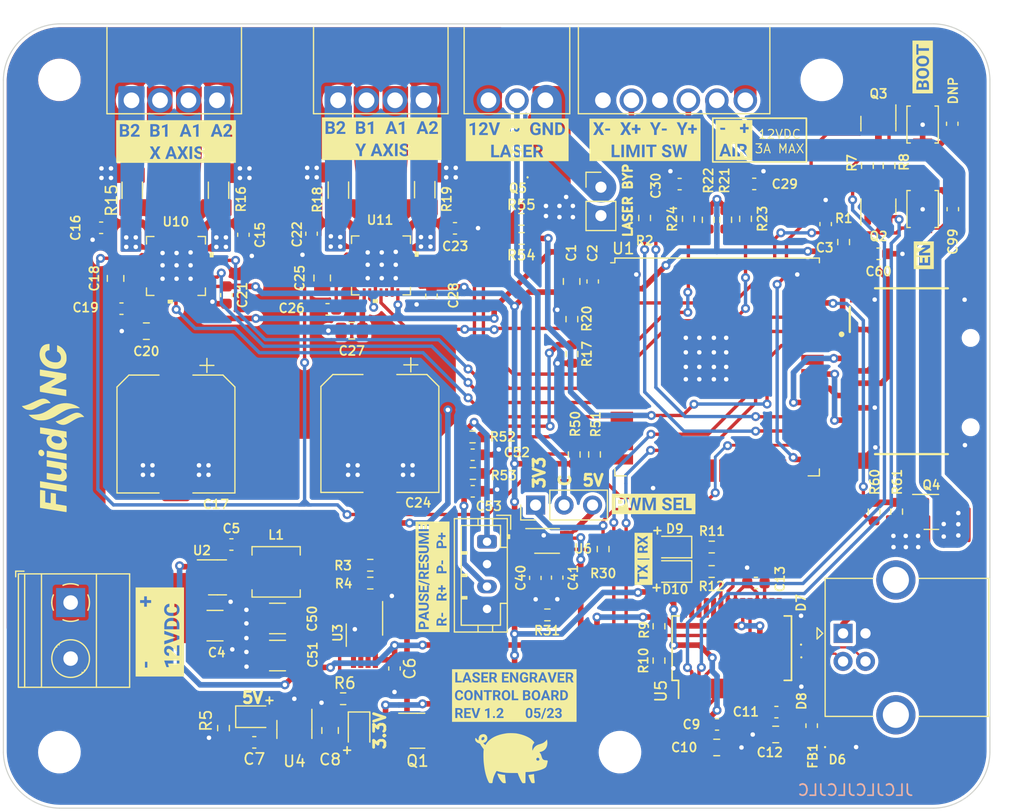
<source format=kicad_pcb>
(kicad_pcb (version 20211014) (generator pcbnew)
  (title_block (title "ESP32 Laser Engraver") (date "2023-03-28") (rev "1.0"))
  (layers (0 "F.Cu" signal) (31 "B.Cu" power) (34 "B.Paste" user) (35 "F.Paste" user) (36 "B.SilkS" user "B.Silkscreen") (37 "F.SilkS" user "F.Silkscreen") (38 "B.Mask" user) (39 "F.Mask" user) (44 "Edge.Cuts" user))
  (net 0 "")
  (net 1 "+3.3V")
  (net 2 "GND")
  (net 3 "/ESP32 MCU/EN")
  (net 4 "+5V")
  (net 5 "Net-(C7-Pad1)")
  (net 6 "Net-(D4-Pad1)")
  (net 7 "Net-(D5-Pad1)")
  (net 8 "Net-(D6-Pad1)")
  (net 9 "Net-(D9-Pad1)")
  (net 10 "Net-(D10-Pad1)")
  (net 11 "Net-(Q1-Pad1)")
  (net 12 "Net-(Q3-Pad1)")
  (net 13 "Net-(R3-Pad2)")
  (net 14 "/ESP32 MCU/IO2")
  (net 15 "/ESP32 MCU/IO0")
  (net 19 "unconnected-(U5-Pad26)")
  (net 30 "Net-(R10-Pad2)")
  (net 31 "Net-(Q2-Pad1)")
  (net 32 "/USB-UART Interface/USB_D+")
  (net 33 "/USB-UART Interface/USB_D-")
  (net 34 "/Power Supply/VBUS")
  (net 35 "/ESP32 MCU/RXD")
  (net 36 "/ESP32 MCU/TXD")
  (net 37 "/ESP32 MCU/RTS")
  (net 38 "/ESP32 MCU/DTR")
  (net 39 "VMOT")
  (net 40 "/ESP32 MCU/IO34")
  (net 41 "/ESP32 MCU/IO35")
  (net 42 "/ESP32 MCU/IO32")
  (net 43 "/ESP32 MCU/IO33")
  (net 44 "/ESP32 MCU/IO25")
  (net 45 "/ESP32 MCU/IO26")
  (net 46 "Net-(C5-Pad1)")
  (net 47 "/ESP32 MCU/IO12")
  (net 48 "/ESP32 MCU/IO13")
  (net 49 "/ESP32 MCU/SHD{slash}SD2")
  (net 50 "/ESP32 MCU/SWP{slash}SD3")
  (net 51 "/ESP32 MCU/SCS{slash}CMD")
  (net 52 "/ESP32 MCU/SCK{slash}CLK")
  (net 53 "/ESP32 MCU/SDO{slash}SD0")
  (net 54 "/ESP32 MCU/SDI{slash}SD1")
  (net 55 "/ESP32 MCU/IO15")
  (net 56 "Net-(C18-Pad1)")
  (net 57 "Net-(C18-Pad2)")
  (net 58 "Net-(C19-Pad2)")
  (net 59 "Net-(C20-Pad2)")
  (net 60 "Net-(C25-Pad1)")
  (net 61 "Net-(C25-Pad2)")
  (net 62 "Net-(C13-Pad1)")
  (net 63 "Net-(R11-Pad1)")
  (net 64 "Net-(R12-Pad1)")
  (net 68 "Net-(C26-Pad2)")
  (net 69 "Net-(C27-Pad2)")
  (net 70 "Net-(C29-Pad1)")
  (net 71 "Net-(C30-Pad1)")
  (net 73 "/Stepper Motor Circuits/X_OA2")
  (net 74 "/Stepper Motor Circuits/X_OA1")
  (net 75 "/Stepper Motor Circuits/X_OB1")
  (net 76 "/Stepper Motor Circuits/X_OB2")
  (net 78 "/Stepper Motor Circuits/Y_OA2")
  (net 79 "/Stepper Motor Circuits/Y_OA1")
  (net 80 "/Stepper Motor Circuits/Y_OB1")
  (net 81 "/Stepper Motor Circuits/Y_OB2")
  (net 83 "Net-(J20-Pad2)")
  (net 85 "/ESP32 MCU/CS_SD")
  (net 86 "/ESP32 MCU/MOSI")
  (net 87 "/ESP32 MCU/SCK")
  (net 89 "/ESP32 MCU/MISO")
  (net 90 "Net-(R2-Pad1)")
  (net 91 "/ESP32 MCU/TMC_UART")
  (net 92 "/Stepper Motor Circuits/X_BRB")
  (net 93 "/Stepper Motor Circuits/X_BRA")
  (net 94 "/ESP32 MCU/IO36")
  (net 95 "/Stepper Motor Circuits/Y_BRB")
  (net 96 "/Stepper Motor Circuits/Y_BRA")
  (net 97 "/ESP32 MCU/IO39")
  (net 103 "/ESP32 MCU/PWM_3V3")
  (net 108 "Net-(C52-Pad1)")
  (net 109 "/Power Supply/5V_SW")
  (net 110 "Net-(Q4-Pad1)")
  (net 111 "/Stepper Motor Circuits/AIR")
  (net 112 "/ESP32 MCU/IO22")
  (net 113 "Net-(C53-Pad1)")
  (net 114 "/ESP32 MCU/PAUSE")
  (net 115 "/ESP32 MCU/RESUME")
  (net 116 "Net-(Q5-Pad3)")
  (net 117 "/ESP32 MCU/LASER_EN")
  (net 119 "/ESP32 MCU/LASER_RET")
  (net 121 "/ESP32 MCU/PWM_5V")
  (net 122 "Net-(U6-Pad5)")
  (footprint "kibuzzard-642C7B83" (layer "F.Cu") (at 159.23 74.1)
    (fp_text reference "kibuzzard-642C7B83" hide)
    (fp_text value "G***" hide)
  )
  (footprint "Resistor_SMD:R_0603_1608Metric" (layer "F.Cu") (at 160.4824 120.5791 90)
    (fp_text reference "R10")
    (fp_text value "10k" hide)
  )
  (footprint "LED_SMD:LED_0805_2012Metric" (layer "F.Cu") (at 124.408361 125.589928)
    (fp_text reference "D4" hide)
    (fp_text value "RED" hide)
  )
  (footprint "Resistor_SMD:R_0603_1608Metric" (layer "F.Cu") (at 152.71 90.105 -90)
    (fp_text reference "R20")
    (fp_text value "10k" hide)
  )
  (footprint "Capacitor_SMD:C_0603_1608Metric" (layer "F.Cu") (at 186.6384 72.6674 90)
    (fp_text reference "C14" hide)
    (fp_text value "0u" hide)
  )
  (footprint "Package_SO:VSSOP-8_3.0x3.0mm_P0.65mm" (layer "F.Cu") (at 134.2075 118.3096 -90)
    (fp_text reference "U3")
    (fp_text value "LMV358IDGKR" hide)
  )
  (footprint "Capacitor_SMD:C_0603_1608Metric" (layer "F.Cu") (at 175.3474 81.6185 90)
    (fp_text reference "C3")
    (fp_text value "0.1u" hide)
  )
  (footprint "LED_SMD:LED_0805_2012Metric" (layer "F.Cu") (at 161.7169 112.6291 180)
    (fp_text reference "D10")
    (fp_text value "GRN" hide)
  )
  (footprint "Package_TO_SOT_SMD:SOT-23" (layer "F.Cu") (at 184.77875 107.31)
    (fp_text reference "Q4")
    (fp_text value "SI2302A-TP" hide)
  )
  (footprint "Capacitor_SMD:C_0805_2012Metric" (layer "F.Cu") (at 165.6288 128.3343)
    (fp_text reference "C10")
    (fp_text value "4.7u" hide)
  )
  (footprint "Capacitor_SMD:C_0603_1608Metric" (layer "F.Cu") (at 162.325 78.05 180)
    (fp_text reference "C30")
    (fp_text value "100n" hide)
  )
  (footprint "Capacitor_SMD:C_0603_1608Metric" (layer "F.Cu") (at 151.4 113.175 -90)
    (fp_text reference "C41")
    (fp_text value "100n" hide)
  )
  (footprint "Resistor_SMD:R_1206_3216Metric" (layer "F.Cu") (at 131.885 78.5875 90)
    (fp_text reference "R18")
    (fp_text value "0.14R" hide)
  )
  (footprint "Package_SO:SSOP-28_5.3x10.2mm_P0.65mm" (layer "F.Cu") (at 166.975 119.4697 90)
    (fp_text reference "U5")
    (fp_text value "CY7C65213-28PVXI" hide)
  )
  (footprint "Resistor_SMD:R_0603_1608Metric" (layer "F.Cu") (at 159.2 81.075 -90)
    (fp_text reference "R2")
    (fp_text value "1k" hide)
  )
  (footprint "Capacitor_SMD:C_0805_2012Metric" (layer "F.Cu") (at 131.1443 126.816 90)
    (fp_text reference "C8")
    (fp_text value "2.2u" hide)
  )
  (footprint "Resistor_SMD:R_0603_1608Metric" (layer "F.Cu") (at 181.67875 107.285 -90)
    (fp_text reference "R61")
    (fp_text value "10k" hide)
  )
  (footprint "Capacitor_SMD:CP_Elec_10x10" (layer "F.Cu") (at 135.585 100.3072 -90)
    (fp_text reference "C24")
    (fp_text value "100u" hide)
  )
  (footprint "Resistor_SMD:R_0603_1608Metric" (layer "F.Cu") (at 134.7275 113.6646)
    (fp_text reference "R4")
    (fp_text value "4.7k" hide)
  )
  (footprint "USER_TMC2209:TMC2209" (layer "F.Cu") (at 135.685 85.3072)
    (fp_text reference "U11")
    (fp_text value "TMC2209" hide)
  )
  (footprint "Resistor_SMD:R_0603_1608Metric" (layer "F.Cu") (at 132.305461 123.984728 180)
    (fp_text reference "R6")
    (fp_text value "1k" hide)
  )
  (footprint "Resistor_SMD:R_0603_1608Metric" (layer "F.Cu") (at 165.1835 110.4447 180)
    (fp_text reference "R11")
    (fp_text value "1k" hide)
  )
  (footprint "Capacitor_SMD:CP_Elec_10x10" (layer "F.Cu") (at 117.395 100.3572 -90)
    (fp_text reference "C17")
    (fp_text value "100u" hide)
  )
  (footprint "USER_TMC2209:FXL0420-4R7-M" (layer "F.Cu") (at 126.33 112.66)
    (fp_text reference "L1")
    (fp_text value "4R7" hide)
  )
  (footprint "Capacitor_SMD:C_0603_1608Metric" (layer "F.Cu") (at 136.8875 121.2821 -90)
    (fp_text reference "C6")
    (fp_text value "100n" hide)
  )
  (footprint "kibuzzard-642DA7F4" (layer "F.Cu") (at 184.1 84.4 90)
    (fp_text reference "kibuzzard-642DA7F4" hide)
    (fp_text value "G***" hide)
  )
  (footprint "LED_SMD:LED_0805_2012Metric" (layer "F.Cu") (at 161.7169 110.4447 180)
    (fp_text reference "D9")
    (fp_text value "GRN" hide)
  )
  (footprint "Capacitor_SMD:C_0603_1608Metric" (layer "F.Cu") (at 121.895 87.9572 -90)
    (fp_text reference "C21")
    (fp_text value "100n" hide)
  )
  (footprint "Capacitor_SMD:C_0603_1608Metric" (layer "F.Cu") (at 169.1274 113.6541 180)
    (fp_text reference "C13")
    (fp_text value "1u" hide)
  )
  (footprint "Diode_SMD:D_0402_1005Metric" (layer "F.Cu") (at 173.1766 121.3815 -90)
    (fp_text reference "D8")
    (fp_text value "5VWM" hide)
  )
  (footprint "kibuzzard-642DA8A0" (layer "F.Cu") (at 159.1 111.5 90)
    (fp_text reference "kibuzzard-642DA8A0" hide)
    (fp_text value "G***" hide)
  )
  (footprint "Capacitor_SMD:C_0603_1608Metric" (layer "F.Cu") (at 129.49 82.48 -90)
    (fp_text reference "C22")
    (fp_text value "100n" hide)
  )
  (footprint "USER_TMC2209:KF2EDGR-2.54-6P" (layer "F.Cu") (at 161.83 70.57 180)
    (fp_text reference "J12" hide)
    (fp_text value "Screw_Terminal_01x06" hide)
  )
  (footprint "Capacitor_SMD:C_0603_1608Metric" (layer "F.Cu") (at 154.5682 86.7413 90)
    (fp_text reference "C2")
    (fp_text value "0.1u" hide)
  )
  (footprint "Resistor_SMD:R_0603_1608Metric" (layer "F.Cu") (at 168.2 81.15 90)
    (fp_text reference "R23")
    (fp_text value "100R" hide)
  )
  (footprint "Resistor_SMD:R_0603_1608Metric" (layer "F.Cu") (at 148.225 82.9 180)
    (fp_text reference "R54")
    (fp_text value "1k" hide)
  )
  (footprint "Resistor_SMD:R_0603_1608Metric" (layer "F.Cu") (at 164.87 81.24 90)
    (fp_text reference "R22")
    (fp_text value "10k" hide)
  )
  (footprint "Capacitor_SMD:C_0805_2012Metric" (layer "F.Cu") (at 170.8906 127.1727 180)
    (fp_text reference "C12")
    (fp_text value "4.7u" hide)
  )
  (footprint "Connector_PinHeader_2.54mm:PinHeader_1x02_P2.54mm_Vertical" (layer "F.Cu") (at 155.3 78.325)
    (fp_text reference "J21" hide)
    (fp_text value "Conn_01x02_Male" hide)
  )
  (footprint "MountingHole:MountingHole_3.2mm_M3" (layer "F.Cu") (at 107 128.75)
    (fp_text reference "H3" hide)
    (fp_text value "MountingHole" hide)
  )
  (footprint "kibuzzard-64653D2F" (layer "F.Cu") (at 147.574 123.698)
    (fp_text reference "kibuzzard-64653D2F" hide)
    (fp_text value "G***" hide)
  )
  (footprint "Resistor_SMD:R_0603_1608Metric" (layer "F.Cu") (at 176.95 83.225 90)
    (fp_text reference "R1")
    (fp_text value "10k" hide)
  )
  (footprint "Package_TO_SOT_SMD:SOT-23" (layer "F.Cu") (at 180.05 72.655 -90)
    (fp_text reference "Q3")
    (fp_text value "SS8050-G" hide)
  )
  (footprint "Capacitor_SMD:C_0805_2012Metric" (layer "F.Cu") (at 152.6886 86.7413 90)
    (fp_text reference "C1")
    (fp_text value "22u" hide)
  )
  (footprint "Package_TO_SOT_SMD:TSOT-23-6" (layer "F.Cu") (at 121.1025 113.15)
    (fp_text reference "U2")
    (fp_text value "AP63205WU" hide)
  )
  (footprint "Resistor_SMD:R_1206_3216Metric" (layer "F.Cu") (at 121.195 78.6 90)
    (fp_text reference "R16")
    (fp_text value "0.14R" hide)
  )
  (footprint "kibuzzard-642C73EA" (layer "F.Cu") (at 117.4 74.25)
    (fp_text reference "kibuzzard-642C73EA" hide)
    (fp_text value "G***" hide)
  )
  (footprint "Resistor_SMD:R_0603_1608Metric" (layer "F.Cu") (at 143.88 103.88 180)
    (fp_text reference "R53")
    (fp_text value "100R" hide)
  )
  (footprint "Resistor_SMD:R_0603_1608Metric" (layer "F.Cu") (at 155.5 110.625 -90)
    (fp_text reference "R30")
    (fp_text value "0R" hide)
  )
  (footprint "Capacitor_SMD:C_0805_2012Metric" (layer "F.Cu") (at 133.075 91.1372)
    (fp_text reference "C27")
    (fp_text value "2.2u" hide)
  )
  (footprint "Resistor_SMD:R_0603_1608Metric" (layer "F.Cu") (at 152.72 93.215 90)
    (fp_text reference "R17")
    (fp_text value "10k" hide)
  )
  (footprint "Capacitor_SMD:C_0603_1608Metric" (layer "F.Cu") (at 143.87 105.47)
    (fp_text reference "C53")
    (fp_text value "100n" hide)
  )
  (footprint "kibuzzard-6448424C" (layer "F.Cu") (at 140.28 113.1 90)
    (fp_text reference "kibuzzard-6448424C" hide)
    (fp_text value "G***" hide)
  )
  (footprint "Resistor_SMD:R_0603_1608Metric" (layer "F.Cu") (at 148.2 81.2)
    (fp_text reference "R55")
    (fp_text value "10k" hide)
  )
  (footprint "Inductor_SMD:L_0603_1608Metric" (layer "F.Cu") (at 174.1 126.3875 -90)
    (fp_text reference "FB1")
    (fp_text value "40R" hide)
  )
  (footprint "Resistor_SMD:R_0603_1608Metric" (layer "F.Cu") (at 134.725 112.07 180)
    (fp_text reference "R3")
    (fp_text value "6.8k" hide)
  )
  (footprint "Capacitor_SMD:C_0603_1608Metric" (layer "F.Cu") (at 186.6896 80.2892 -90)
    (fp_text reference "C99")
    (fp_text value "0.1u" hide)
  )
  (footprint "Capacitor_SMD:C_0603_1608Metric" (layer "F.Cu") (at 110.72 81.95 180)
    (fp_text reference "C16")
    (fp_text value "100n" hide)
  )
  (footprint "Package_SO:VSSOP-8_2.3x2mm_P0.5mm" (layer "F.Cu") (at 150.5 109.9)
    (fp_text reference "U6")
    (fp_text value "TXS0102DCU" hide)
  )
  (footprint "Resistor_SMD:R_0603_1608Metric" (layer "F.Cu") (at 165.1774 112.6291 180)
    (fp_text reference "R12")
    (fp_text value "1k" hide)
  )
  (footprint "Capacitor_SMD:C_0603_1608Metric" (layer "F.Cu") (at 168.975 78.0375)
    (fp_text reference "C29")
    (fp_text value "100n" hide)
  )
  (footprint "USER_TMC2209:TMC2209" (layer "F.Cu") (at 117.395 85.3572)
    (fp_text reference "U10")
    (fp_text value "TMC2209" hide)
  )
  (footprint "Diode_SMD:D_0402_1005Metric" (layer "F.Cu") (at 173.1512 118.0636 90)
    (fp_text reference "D7")
    (fp_text value "5VWM" hide)
  )
  (footprint "MountingHole:MountingHole_3.2mm_M3" (layer "F.Cu") (at 107 68.75)
    (fp_text reference "H1" hide)
    (fp_text value "MountingHole" hide)
  )
  (footprint "kibuzzard-642C740F" (layer "F.Cu") (at 135.75 74)
    (fp_text reference "kibuzzard-642C740F" hide)
    (fp_text value "G***" hide)
  )
  (footprint "Capacitor_SMD:C_0805_2012Metric" (layer "F.Cu") (at 112.01 86.47 -90)
    (fp_text reference "C18")
    (fp_text value "22n" hide)
  )
  (footprint "RF_Module:ESP32-WROOM-32U" (layer "F.Cu") (at 165.668 94.3717)
    (fp_text reference "U1")
    (fp_text value "ESP32-WROOM-32U" hide)
  )
  (footprint "Capacitor_SMD:C_1210_3225Metric" (layer "F.Cu") (at 126.455 116.82 180)
    (fp_text reference "C50")
    (fp_text value "22u" hide)
  )
  (footprint "Resistor_SMD:R_0603_1608Metric" (layer "F.Cu") (at 160.4824 117.5141 90)
    (fp_text reference "R9")
    (fp_text value "4k7" hide)
  )
  (footprint "LOGO" (layer "F.Cu") (at 106.426 99.822 90)
    (fp_text reference "G***" hide)
    (fp_text value "LOGO" hide)
  )
  (footprint "kibuzzard-642DA806" (layer "F.Cu") (at 184 67.6 90)
    (fp_text reference "kibuzzard-642DA806" hide)
    (fp_text value "G***" hide)
  )
  (footprint "kibuzzard-64481964" (layer "F.Cu") (at 167.17 74.12)
    (fp_text reference "kibuzzard-64481964" hide)
    (fp_text value "G***" hide)
  )
  (footprint "Capacitor_SMD:C_0603_1608Metric" (layer "F.Cu") (at 140.185 88.0072 -90)
    (fp_text reference "C28")
    (fp_text value "100n" hide)
  )
  (footprint "USER_TMC2209:TF-01A" (layer "F.Cu") (at 184.75 94.7514 90)
    (fp_text reference "J100" hide)
    (fp_text value "TF-01A")
  )
  (footprint "Button_Switch_SMD:SW_SPST_B3U-1000P" (layer "F.Cu") (at 183.9972 72.733 90)
    (fp_text reference "SW1" hide)
    (fp_text value "SW_Push" hide)
  )
  (footprint "MountingHole:MountingHole_3.2mm_M3" (layer "F.Cu") (at 157 128.75)
    (fp_text reference "H4" hide)
    (fp_text value "MountingHole" hide)
  )
  (footprint "kibuzzard-64653C23" (layer "F.Cu") (at 160 106.6)
    (fp_text reference "kibuzzard-64653C23" hide)
    (fp_text value "G***" hide)
  )
  (footprint "Resistor_SMD:R_0603_1608Metric" (layer "F.Cu") (at 152.92 102.185 -90)
    (fp_text reference "R50")
    (fp_text value "10k" hide)
  )
  (footprint "Resistor_SMD:R_0603_1608Metric" (layer "F.Cu") (at 166.43 81.235 90)
    (fp_text reference "R21")
    (fp_text value "10k" hide)
  )
  (footprint "TerminalBlock_Phoenix:TerminalBlock_Phoenix_MKDS-1,5-2_1x02_P5.00mm_Horizontal" (layer "F.Cu") (at 108 115.4 -90)
    (fp_text reference "J2" hide)
    (fp_text value "1935776" hide)
  )
  (footprint "USER_TMC2209:KF2EDGR-2.54-3P" (layer "F.Cu") (at 147.81 70.5697 180)
    (fp_text reference "J20" hide)
    (fp_text value "Screw_Terminal_01x03" hide)
  )
  (footprint "LED_SMD:LED_0805_2012Metric" (layer "F.Cu") (at 133.727861 126.852628 -90)
    (fp_text reference "D5" hide)
    (fp_text value "GRN" hide)
  )
  (footprint "Capacitor_SMD:C_0603_1608Metric" (layer "F.Cu") (at 124.380661 127.875928 180)
    (fp_text reference "C7")
    (fp_text value "10n" hide)
  )
  (footprint "Capacitor_SMD:C_0603_1608Metric" (layer "F.Cu") (at 142.285 82)
    (fp_text reference "C23")
    (fp_text value "100n" hide)
  )
  (footprint "Capacitor_SMD:C_0603_1608Metric" (layer "F.Cu") (at 180.065 84.27)
    (fp_text reference "C60")
    (fp_text value "100n" hide)
  )
  (footprint "kibuzzard-6448BA0F" (layer "F.Cu") (at 147.835 74.1)
    (fp_text reference "kibuzzard-6448BA0F" hide)
    (fp_text value "G***" hide)
  )
  (footprint "Capacitor_SMD:C_1210_3225Metric" (layer "F.Cu") (at 126.455 120.13 180)
    (fp_text reference "C51")
    (fp_text value "22u" hide)
  )
  (footprint "Capacitor_SMD:C_1210_3225Metric" (layer "F.Cu") (at 120.88 117.46)
    (fp_text reference "C4")
    (fp_text value "10u" hide)
  )
  (footprint "Package_TO_SOT_SMD:SOT-23" (layer "F.Cu") (at 180.05 80.0233 90)
    (fp_text reference "Q2")
    (fp_text value "SS8050-G" hide)
  )
  (footprint "Resistor_SMD:R_0603_1608Metric" (layer "F.Cu") (at 179.0696 76.4142 -90)
    (fp_text reference "R7")
    (fp_text value "10k" hide)
  )
  (footprint "USER_TMC2209:KF2EDGR-2.54-4P" (layer "F.Cu") (at 117.24 70.575 180)
    (fp_text reference "J10" hide)
    (fp_text value "Screw_Terminal_01x04" hide)
  )
  (footprint "Diode_SMD:D_0402_1005Metric" (layer "F.Cu") (at 176.385 128.3)
    (fp_text reference "D6")
    (fp_text value "5VWM" hide)
  )
  (footprint "Capacitor_SMD:C_0603_1608Metric" (layer "F.Cu") (at 123.41 82.575 -90)
    (fp_text reference "C15")
    (fp_text value "100n" hide)
  )
  (footprint "Capacitor_SMD:C_0805_2012Metric" (layer "F.Cu") (at 130.44 86.43 -90)
    (fp_text reference "C25")
    (fp_text value "22n" hide)
  )
  (footprint "Resistor_SMD:R_0603_1608Metric" (layer "F.Cu") (at 154.73 102.18 -90)
    (fp_text reference "R51")
    (fp_text value "10k" hide)
  )
  (footprint "Connector_PinHeader_2.54mm:PinHeader_1x03_P2.54mm_Vertical" (layer "F.Cu") (at 149.475 106.7 90)
    (fp_text reference "J22" hide)
    (fp_text value "Conn_01x03_Male" hide)
  )
  (footprint "Connector_JST:JST_PH_B4B-PH-K_1x04_P2.00mm_Vertical" (layer "F.Cu") (at 145.14 109.97 -90)
    (fp_text reference "J101" hide)
    (fp_text value "Conn_01x04_Male" hide)
  )
  (footprint "Connector_USB:USB_B_OST_USB-B1HSxx_Horizontal" (layer "F.Cu") (at 176.9 118.1506)
    (fp_text reference "J3" hide)
    (fp_text value "USB_B" hide)
  )
  (footprint "Resistor_SMD:R_0603_1608Metric" (layer "F.Cu") (at 181 76.4142 -90)
    (fp_text reference "R8")
    (fp_text value "10k" hide)
  )
  (footprint "Capacitor_SMD:C_0603_1608Metric" (layer "F.Cu") (at 170.9524 125.1791)
    (fp_text reference "C11")
    (fp_text value "0.1u" hide)
  )
  (footprint "kibuzzard-642DA84C" (layer "F.Cu") (at 115.955 118.025 90)
    (fp_text reference "kibuzzard-642DA84C" hide)
    (fp_text value "G***" hide)
  )
  (footprint "Capacitor_SMD:C_0603_1608Metric" (layer "F.Cu") (at 149.45 113.2 -90)
    (fp_text reference "C40")
    (fp_text value "100n" hide)
  )
  (footprint "Capacitor_SMD:C_0805_2012Metric" (layer "F.Cu") (at 114.755 91.1772)
    (fp_text reference "C20")
    (fp_text value "2.2u" hide)
  )
  (footprint "Resistor_SMD:R_1206_3216Metric" (layer "F.Cu") (at 113.495 78.6 90)
    (fp_text reference "R15")
    (fp_text value "0.14R" hide)
  )
  (footprint "USER_TMC2209:PMPB23XNEZ" (layer "F.Cu") (at 150.36 78.2)
    (fp_text reference "Q5")
    (fp_text value "PMPB23XNEZ" hide)
  )
  (footprint "Resistor_SMD:R_1206_3216Metric" (layer "F.Cu") (at 139.585 78.55 90)
    (fp_text reference "R19")
    (fp_text value "0.14R" hide)
  )
  (footprint "Resistor_SMD:R_0603_1608Metric" (layer "F.Cu") (at 121.637461 126.605928 -90)
    (fp_text reference "R5")
    (fp_text value "1k" hide)
  )
  (footprint "Resistor_SMD:R_0603_1608Metric" (layer "F.Cu") (at 163.1 81.15 90)
    (fp_text reference "R24")
    (fp_text value "100R" hide)
  )
  (footprint "Capacitor_SMD:C_0603_1608Metric" (layer "F.Cu") (at 112.535 89.17)
    (fp_text reference "C19")
    (fp_text value "100n" hide)
  )
  (footprint "Resistor_SMD:R_0603_1608Metric" (layer "F.Cu") (at 179.67 107.28 90)
    (fp_text reference "R60")
    (fp_text value "1k" hide)
  )
  (footprint "Capacitor_SMD:C_0603_1608Metric" (layer "F.Cu") (at 165.6564 126.2769 180)
    (fp_text reference "C9")
    (fp_text value "0.1u" hide)
  )
  (footprint "Button_Switch_SMD:SW_SPST_B3U-1000P" (layer "F.Cu") (at 183.9972 80.275 -90)
    (fp_text reference "SW2" hide)
    (fp_text value "SW_Push" hide)
  )
  (footprint "Capacitor_SMD:C_0603_1608Metric" (layer "F.Cu") (at 143.86 102.21)
    (fp_text reference "C52")
    (fp_text value "100n" hide)
  )
  (footprint "Resistor_SMD:R_0603_1608Metric" (layer "F.Cu") (at 150.525 116.5)
    (fp_text reference "R31")
    (fp_text value "XXXR" hide)
  )
  (footprint "Capacitor_SMD:C_0603_1608Metric" (layer "F.Cu") (at 122.34 110.22)
    (fp_text reference "C5")
    (fp_text value "0.1u" hide)
  )
  (footprint "Resistor_SMD:R_0603_1608Metric" (layer "F.Cu") (at 143.85 100.62 180)
    (fp_text reference "R52")
    (fp_text value "100R" hide)
  )
  (footprint "LOGO" (layer "F.Cu") (at 147.32 129.286)
    (fp_text reference "G***" hide)
    (fp_text value "LOGO" hide)
  )
  (footprint "MountingHole:MountingHole_3.2mm_M3" (layer "F.Cu") (at 175 68.75)
    (fp_text reference "H2" hide)
    (fp_text value "MountingHole" hide)
  )
  (footprint "USER_TMC2209:KF2EDGR-2.54-4P" (layer "F.Cu") (at 135.665 70.5697 180)
    (fp_text reference "J11" hide)
    (fp_text value "Screw_Terminal_01x04" hide)
  )
  (footprint "Package_TO_SOT_SMD:SOT-23-5" (layer "F.Cu") (at 127.958811 126.7271 -90)
    (fp_text reference "U4")
    (fp_text value "SPX3819M5-L-3-3" hide)
  )
  (footprint "Package_TO_SOT_SMD:SOT-23" (layer "F.Cu") (at 138.94 126.8396)
    (fp_text reference "Q1")
    (fp_text value "DMP2110U-7" hide)
  )
  (footprint "Capacitor_SMD:C_0603_1608Metric" (layer "F.Cu") (at 130.915 89.23)
    (fp_text reference "C26")
    (fp_text value "100n" hide)
  )
  (gr_rect (start 165.28 72.17) (end 173.63 76.07) (layer "F.SilkS") (width 0.15) (fill none))
  (gr_line (start 107 133.75) (end 185 133.75) (layer "Edge.Cuts") (width 0.1))
  (gr_arc (start 107 133.75) (mid 103.489927 132.260073) (end 102 128.75) (layer "Edge.Cuts") (width 0.1))
  (gr_arc (start 185 63.75) (mid 188.51006 65.239936) (end 190 68.75) (layer "Edge.Cuts") (width 0.1))
  (gr_arc (start 190 128.75) (mid 188.510081 132.260094) (end 185 133.75) (layer "Edge.Cuts") (width 0.1))
  (gr_line (start 190 68.75) (end 190 128.75) (layer "Edge.Cuts") (width 0.1))
  (gr_arc (start 102 68.75) (mid 103.489926 65.239925) (end 107 63.75) (layer "Edge.Cuts") (width 0.1))
  (gr_line (start 102 128.75) (end 102 68.75) (layer "Edge.Cuts") (width 0.1))
  (gr_line (start 185 63.75) (end 107 63.75) (layer "Edge.Cuts") (width 0.1))
  (gr_text "JLCJLCJLCJLC" (at 178.01 132.14) (layer "B.SilkS") (effects (font (size 1 1)) (justify mirror)))
  (gr_text "+" (at 160.3244 114.0735 270) (layer "F.SilkS") (effects (font (size 0.8 0.8))))
  (gr_text "+" (at 132.661061 128.637928 180) (layer "F.SilkS") (effects (font (size 0.8 0.8))))
  (gr_text "12VDC\n3A MAX" (at 171.23 74.25) (layer "F.SilkS") (effects (font (size 0.8 0.8) (thickness 0.1))))
  (gr_text "5V" (at 154.6 104.5) (layer "F.SilkS") (effects (font (size 1 1) (thickness 0.25))))
  (gr_text "+" (at 160.3961 108.9715 270) (layer "F.SilkS") (effects (font (size 0.8 0.8))))
  (gr_text "C" (at 152.1 104.5 90) (layer "F.SilkS") (effects (font (size 1 1) (thickness 0.25))))
  (gr_text "LASER BYP" (at 157.7 79.5 90) (layer "F.SilkS") (effects (font (size 0.8 0.8) (thickness 0.2))))
  (gr_text "3.3V" (at 135.5775 126.8396 90) (layer "F.SilkS") (effects (font (size 1 1) (thickness 0.25))))
  (gr_text "3V3" (at 149.8 103.8 90) (layer "F.SilkS") (effects (font (size 1 1) (thickness 0.25))))
  (gr_text "5V" (at 124.2275 123.8896) (layer "F.SilkS") (effects (font (size 1 1) (thickness 0.25))))
  (gr_text "DNP" (at 186.7196 69.7092 90) (layer "F.SilkS") (effects (font (size 0.8 0.8))))
  (gr_text "+" (at 125.790672 124.137128 270) (layer "F.SilkS") (effects (font (size 0.8 0.8))))
  (segment (start 164.87 80.415) (end 164.87 80.19) (width 0.5) (layer "F.Cu") (net 1))
  (segment (start 179.07 84.05) (end 179.29 84.27) (width 0.5) (layer "F.Cu") (net 1))
  (segment (start 129.6275 123.6896) (end 129.6275 127.145911) (width 0.3) (layer "F.Cu") (net 1))
  (segment (start 138.7572 86.8072) (end 139.1822 87.2322) (width 0.3) (layer "F.Cu") (net 1))
  (segment (start 139.39 124.44) (end 146.66 124.44) (width 0.5) (layer "F.Cu") (net 1))
  (segment (start 120.5822 87.1822) (end 121.895 87.1822) (width 0.3) (layer "F.Cu") (net 1))
  (segment (start 149.95 110.15) (end 150 110.15) (width 0.3) (layer "F.Cu") (net 1))
  (segment (start 164.87 80.19) (end 165.65 79.41) (width 0.5) (layer "F.Cu") (net 1))
  (segment (start 176.95 84.05) (end 178.34 84.05) (width 0.5) (layer "F.Cu") (net 1))
  (segment (start 176.95 84.05) (end 173.75 84.05) (width 0.5) (layer "F.Cu") (net 1))
  (segment (start 180.97 86.6) (end 180.97 95.16) (width 0.5) (layer "F.Cu") (net 1))
  (segment (start 147.6 115.2) (end 147.6 115.4) (width 0.5) (layer "F.Cu") (net 1))
  (segment (start 147.6 109.75) (end 147.6 109.9) (width 0.5) (layer "F.Cu") (net 1))
  (segment (start 149.95 110.65) (end 149.95 110.15) (width 0.3) (layer "F.Cu") (net 1))
  (segment (start 161.4624 115.1391) (end 161.7924 115.4691) (width 0.5) (layer "F.Cu") (net 1))
  (segment (start 156.7934 87.5163) (end 156.918 87.3917) (width 0.5) (layer "F.Cu") (net 1))
  (segment (start 149.65 110.15) (end 149.95 110.15) (width 0.3) (layer "F.Cu") (net 1))
  (segment (start 180.97 95.16) (end 180.3084 95.8216) (width 0.5) (layer "F.Cu") (net 1))
  (segment (start 164.7 121.812161) (end 165.2324 121.279761) (width 0.3) (layer "F.Cu") (net 1))
  (segment (start 178.42 84.05) (end 178.34 84.05) (width 0.5) (layer "F.Cu") (net 1))
  (segment (start 147.6 109.9) (end 147.6 110.45) (width 0.5) (layer "F.Cu") (net 1))
  (segment (start 134.5325 118.1275) (end 133.81 118.85) (width 0.3) (layer "F.Cu") (net 1))
  (segment (start 129.6275 127.4896) (end 129.373172 127.743928) (width 0.3) (layer "F.Cu") (net 1))
  (segment (start 131.137061 127.743928) (end 130.081828 127.743928) (width 0.5) (layer "F.Cu") (net 1))
  (segment (start 148.1 112.5) (end 148 112.5) (width 0.5) (layer "F.Cu") (net 1))
  (segment (start 149.45 112.425) (end 149.45 111.95) (width 0.3) (layer "F.Cu") (net 1))
  (segment (start 160.7794 114.4561) (end 158.6439 114.4561) (width 0.5) (layer "F.Cu") (net 1))
  (segment (start 131.2525 122.8646) (end 130.4525 122.8646) (width 0.3) (layer "F.Cu") (net 1))
  (segment (start 148.1 112.5) (end 147.6 112) (width 0.5) (layer "F.Cu") (net 1))
  (segment (start 157.168 87.3867) (end 159.0133 87.3867) (width 0.5) (layer "F.Cu") (net 1))
  (segment (start 164.6788 126.4795) (end 164.8814 126.2769) (width 0.5) (layer "F.Cu") (net 1))
  (segment (start 179.29 84.92) (end 178.42 84.05) (width 0.5) (layer "F.Cu") (net 1))
  (segment (start 135.03 88.63) (end 135.03 89.05) (width 0.3) (layer "F.Cu") (net 1))
  (segment (start 129.6275 127.2896) (end 130.081828 127.743928) (width 0.3) (layer "F.Cu") (net 1))
  (segment (start 179.29 84.27) (end 179.29 84.92) (width 0.5) (layer "F.Cu") (net 1))
  (segment (start 131.137061 127.743928) (end 133.681661 127.743928) (width 0.5) (layer "F.Cu") (net 1))
  (segment (start 134.684999 87.7305) (end 134.684999 88.286471) (width 0.3) (layer "F.Cu") (net 1))
  (segment (start 129.6275 127.145911) (end 129.6275 127.2896) (width 0.3) (layer "F.Cu") (net 1))
  (segment (start 179.29 84.92) (end 180.97 86.6) (width 0.5) (layer "F.Cu") (net 1))
  (segment (start 161.7924 119.1991) (end 164.1024 119.1991) (width 0.5) (layer "F.Cu") (net 1))
  (segment (start 161.7924 115.4691) (end 161.7924 116.0291) (width 0.5) (layer "F.Cu") (net 1))
  (segment (start 148 112.5) (end 147.6 112.9) (width 0.5) (layer "F.Cu") (net 1))
  (segment (start 147.6 103.01) (end 154.725 103.01) (width 0.5) (layer "F.Cu") (net 1))
  (segment (start 131.9975 122.1196) (end 131.2525 122.8646) (width 0.3) (layer "F.Cu") (net 1))
  (segment (start 147.6 112.5) (end 147.6 112.9) (width 0.5) (layer "F.Cu") (net 1))
  (segment (start 166.43 80.19) (end 165.65 79.41) (width 0.5) (layer "F.Cu") (net 1))
  (segment (start 135.02 88.62) (end 135.03 88.63) (width 0.3) (layer "F.Cu") (net 1))
  (segment (start 138.1083 86.8072) (end 138.7572 86.8072) (width 0.3) (layer "F.Cu") (net 1))
  (segment (start 147.6 114.6) (end 147.6 115) (width 0.5) (layer "F.Cu") (net 1))
  (segment (start 147.6 106.4) (end 147.6 109.75) (width 0.5) (layer "F.Cu") (net 1))
  (segment (start 164.7 123.0697) (end 164.7 121.812161) (width 0.3) (layer "F.Cu") (net 1))
  (segment (start 166.43 80.41) (end 166.43 80.19) (width 0.5) (layer "F.Cu") (net 1))
  (segment (start 147.6 123.5) (end 147.6 120.1) (width 0.5) (layer "F.Cu") (net 1))
  (segment (start 143.0822 87.2322) (end 143.1 87.25) (width 0.5) (layer "F.Cu") (net 1))
  (segment (start 147.6 110.45) (end 147.6 110.95) (width 0.5) (layer "F.Cu") (net 1))
  (segment (start 147.6 112) (end 147.6 111.9) (width 0.5) (layer "F.Cu") (net 1))
  (segment (start 120.2572 86.8572) (end 120.525 87.125) (width 0.3) (layer "F.Cu") (net 1))
  (segment (start 133.81 118.85) (end 132.6071 118.85) (width 0.3) (layer "F.Cu") (net 1))
  (segment (start 132.6071 118.85) (end 131.9975 119.4596) (width 0.3) (layer "F.Cu") (net 1))
  (segment (start 160.7794 114.4561) (end 161.4624 115.1391) (width 0.5) (layer "F.Cu") (net 1))
  (segment (start 136.09 126.79) (end 136.09 124.54) (width 0.5) (layer "F.Cu") (net 1))
  (segment (start 130.081828 127.743928) (end 129.373172 127.743928) (width 0.5) (layer "F.Cu") (net 1))
  (segment (start 160.7794 112.6291) (end 160.7794 114.4561) (width 0.5) (layer "F.Cu") (net 1))
  (segment (start 148.95 110.15) (end 149.65 110.15) (width 0.3) (layer "F.Cu") (net 1))
  (segment (start 164.8814 126.2769) (end 164.8814 125.7905) (width 0.5) (layer "F.Cu") (net 1))
  (segment (start 133.727861 127.790128) (end 133.727989 127.79) (width 0.5) (layer "F.Cu") (net 1))
  (segment (start 150.3 110.15) (end 150.55 110.15) (width 0.3) (layer "F.Cu") (net 1))
  (segment (start 134.5325 116.1096) (end 134.5325 118.1275) (width 0.3) (layer "F.Cu") (net 1))
  (segment (start 147.6 115) (end 147.6 115.4) (width 0.5) (layer "F.Cu") (net 1))
  (segment (start 151.15 110.15) (end 152.05 110.15) (width 0.3) (layer "F.Cu") (net 1))
  (segment (start 148.8587 87.6913) (end 152.6886 87.6913) (width 0.5) (layer "F.Cu") (net 1))
  (segment (start 147.6 115.4) (end 147.6 118.2) (width 0.5) (layer "F.Cu") (net 1))
  (segment (start 152.6886 87.6913) (end 154.3932 87.6913) (width 0.5) (layer "F.Cu") (net 1))
  (segment (start 129.6275 127.145911) (end 129.6275 127.4896) (width 0.3) (layer "F.Cu") (net 1))
  (segment (start 164.6788 128.3343) (end 164.6788 126.4795) (width 0.5) (layer "F.Cu") (net 1))
  (segment (start 147.6 112.9) (end 147.6 114.6) (width 0.5) (layer "F.Cu") (net 1))
  (segment (start 135.09 127.79) (end 136.09 126.79) (width 0.5) (layer "F.Cu") (net 1))
  (segment (start 129.373172 127.743928) (end 129.029483 127.743928) (width 0.5) (layer "F.Cu") (net 1))
  (segment (start 139.4122 87.2322) (end 140.185 87.2322) (width 0.3) (layer "F.Cu") (net 1))
  (segment (start 130.4525 122.8646) (end 129.6275 123.6896) (width 0.3) (layer "F.Cu") (net 1))
  (segment (start 147.6 112.5) (end 148.1 112.5) (width 0.5) (layer "F.Cu") (net 1))
  (segment (start 129.6275 127.145911) (end 128.908811 127.8646) (width 0.3) (layer "F.Cu") (net 1))
  (segment (start 146.66 124.44) (end 146.925 124.175) (width 0.5) (layer "F.Cu") (net 1))
  (segment (start 149.95 110.65) (end 149.95 110.45) (width 0.3) (layer "F.Cu") (net 1))
  (segment (start 154.725 103.01) (end 154.73 103.005) (width 0.5) (layer "F.Cu") (net 1))
  (segment (start 151.15 111.05) (end 150.45 111.75) (width 0.3) (layer "F.Cu") (net 1))
  (segment (start 148.1 112.5) (end 149.375 112.5) (width 0.5) (layer "F.Cu") (net 1))
  (segment (start 146.65 124.45) (end 146.925 124.175) (width 0.5) (layer "F.Cu") (net 1))
  (segment (start 135.018528 88.62) (end 135.02 88.62) (width 0.3) (layer "F.Cu") (net 1))
  (segment (start 150.55 110.15) (end 151.15 110.15) (width 0.3) (layer "F.Cu") (net 1))
  (segment (start 149.95 110.45) (end 150.25 110.15) (width 0.3) (layer "F.Cu") (net 1))
  (segment (start 140.185 87.2322) (end 143.0822 87.2322) (width 0.5) (layer "F.Cu") (net 1))
  (segment (start 119.8183 86.8572) (end 120.2572 86.8572) (width 0.3) (layer "F.Cu") (net 1))
  (segment (start 150.45 115.725) (end 149.725 116.45) (width 0.3) (layer "F.Cu") (net 1))
  (segment (start 139.1822 87.2322) (end 139.4122 87.2322) (width 0.3) (layer "F.Cu") (net 1))
  (segment (start 149.45 111.95) (end 149.95 111.45) (width 0.3) (layer "F.Cu") (net 1))
  (segment (start 180.3084 95.8216) (end 177.5762 95.8216) (width 0.5) (layer "F.Cu") (net 1))
  (segment (start 164.8814 125.7905) (end 165.6582 125.0137) (width 0.5) (layer "F.Cu") (net 1))
  (segment (start 151.15 110.15) (end 151.15 111.05) (width 0.3) (layer "F.Cu") (net 1))
  (segment (start 149.95 111.45) (end 149.95 110.65) (width 0.3) (layer "F.Cu") (net 1))
  (segment (start 131.9975 119.4596) (end 131.9975 122.1196) (width 0.3) (layer "F.Cu") (net 1))
  (segment (start 165.2324 121.279761) (end 165.2324 120.3291) (width 0.3) (layer "F.Cu") (net 1))
  (segment (start 150.25 110.15) (end 150.3 110.15) (width 0.3) (layer "F.Cu") (net 1))
  (segment (start 159.0133 87.3867) (end 159.525 86.875) (width 0.5) (layer "F.Cu") (net 1))
  (segment (start 147.6 110.95) (end 147.6 111.9) (width 0.5) (layer "F.Cu") (net 1))
  (segment (start 139.4122 87.2322) (end 139.1778 87.2322) (width 0.3) (layer "F.Cu") (net 1))
  (segment (start 150.45 111.75) (end 150.45 115.725) (width 0.3) (layer "F.Cu") (net 1))
  (segment (start 149.95 110.45) (end 149.65 110.15) (width 0.3) (layer "F.Cu") (net 1))
  (segment (start 124.4822 87.1822) (end 124.5 87.2) (width 0.5) (layer "F.Cu") (net 1))
  (segment (start 158.6439 114.4561) (end 158.6 114.5) (width 0.5) (layer "F.Cu") (net 1))
  (segment (start 159.525 86.875) (end 161.1 85.3) (width 0.5) (layer "F.Cu") (net 1))
  (segment (start 154.5682 87.5163) (end 156.7934 87.5163) (width 0.5) (layer "F.Cu") (net 1))
  (segment (start 178.34 84.05) (end 179.07 84.05) (width 0.5) (layer "F.Cu") (net 1))
  (segment (start 134.684999 88.286471) (end 135.018528 88.62) (width 0.3) (layer "F.Cu") (net 1))
  (segment (start 149.375 112.5) (end 149.45 112.425) (width 0.5) (layer "F.Cu") (net 1))
  (segment (start 133.727989 127.79) (end 135.09 127.79) (width 0.5) (layer "F.Cu") (net 1))
  (segment (start 121.895 87.1822) (end 124.4822 87.1822) (width 0.5) (layer "F.Cu") (net 1))
  (segment (start 129.029483 127.743928) (end 128.908811 127.8646) (width 0.5) (layer "F.Cu") (net 1))
  (segment (start 147.6 88.95) (end 148.8587 87.6913) (width 0.5) (layer "F.Cu") (net 1))
  (segment (start 150 110.15) (end 150.3 110.15) (width 0.3) (layer "F.Cu") (net 1))
  (segment (start 154.3932 87.6913) (end 154.5682 87.5163) (width 0.5) (layer "F.Cu") (net 1))
  (segment (start 160.7794 110.4447) (end 160.7794 112.6291) (width 0.5) (layer "F.Cu") (net 1))
  (segment (start 120.525 87.125) (end 120.5822 87.1822) (width 0.3) (layer "F.Cu") (net 1))
  (segment (start 146.925 124.175) (end 147.6 123.5) (width 0.5) (layer "F.Cu") (net 1))
  (segment (start 147.6 111.9) (end 147.6 112.5) (width 0.5) (layer "F.Cu") (net 1))
  (segment (start 164.1024 119.1991) (end 165.2324 120.3291) (width 0.5) (layer "F.Cu") (net 1))
  (via (at 161.7924 119.1991) (size 0.8) (drill 0.4) (layers "F.Cu" "B.Cu") (net 1))
  (via (at 147.6 106.4) (size 0.8) (drill 0.4) (layers "F.Cu" "B.Cu") (net 1))
  (via (at 143.1 87.25) (size 0.8) (drill 0.4) (layers "F.Cu" "B.Cu") (net 1))
  (via (at 158.6 114.5) (size 0.8) (drill 0.4) (layers "F.Cu" "B.Cu") (net 1))
  (via (at 139.39 124.44) (size 0.8) (drill 0.4) (layers "F.Cu" "B.Cu") (net 1))
  (via (at 165.2324 120.3291) (size 0.8) (drill 0.4) (layers "F.Cu" "B.Cu") (net 1))
  (via (at 165.6582 125.0137) (size 0.8) (drill 0.4) (layers "F.Cu" "B.Cu") (net 1))
  (via (at 124.5 87.2) (size 0.8) (drill 0.4) (layers "F.Cu" "B.Cu") (net 1))
  (via (at 135.03 89.05) (size 0.8) (drill 0.4) (layers "F.Cu" "B.Cu") (net 1))
  (via (at 136.09 124.54) (size 0.8) (drill 0.4) (layers "F.Cu" "B.Cu") (net 1))
  (via (at 173.75 84.05) (size 0.8) (drill 0.4) (layers "F.Cu" "B.Cu") (net 1))
  (via (at 165.65 79.41) (size 0.8) (drill 0.4) (layers "F.Cu" "B.Cu") (net 1))
  (via (at 147.6 88.95) (size 0.8) (drill 0.4) (layers "F.Cu" "B.Cu") (net 1))
  (via (at 147.6 120.1) (size 0.8) (drill 0.4) (layers "F.Cu" "B.Cu") (net 1))
  (via (at 147.6 103.01) (size 0.8) (drill 0.4) (layers "F.Cu" "B.Cu") (net 1))
  (via (at 147.6 118.2) (size 0.8) (drill 0.4) (layers "F.Cu" "B.Cu") (net 1))
  (via (at 161.7924 116.0291) (size 0.8) (drill 0.4) (layers "F.Cu" "B.Cu") (net 1))
  (via (at 161.1 85.3) (size 0.8) (drill 0.4) (layers "F.Cu" "B.Cu") (net 1))
  (segment (start 143.1 87.8) (end 143.7 87.8) (width 0.5) (layer "B.Cu") (net 1))
  (segment (start 142.9 87.45) (end 143.1 87.25) (width 0.5) (layer "B.Cu") (net 1))
  (segment (start 165.4224 121.7191) (end 165.2324 121.5291) (width 0.5) (layer "B.Cu") (net 1))
  (segment (start 139.29 124.54) (end 139.39 124.44) (width 0.5) (layer "B.Cu") (net 1))
  (segment (start 146.45 87.8) (end 146.725 88.075) (width 0.5) (layer "B.Cu") (net 1))
  (segment (start 161.7924 116.0291) (end 161.7924 119.1991) (width 0.5) (layer "B.Cu") (net 1))
  (segment (start 135 89.02) (end 135.03 89.05) (width 0.5) (layer "B.Cu") (net 1))
  (segment (start 143.15 87.25) (end 143.1 87.25) (width 0.5) (layer "B.Cu") (net 1))
  (segment (start 135 87.8) (end 135 88.2) (width 0.5) (layer "B.Cu") (net 1))
  (segment (start 143.7 87.8) (end 143.15 87.25) (width 0.5) (layer "B.Cu") (net 1))
  (segment (start 165.64 79.42) (end 165.65 79.41) (width 0.5) (layer "B.Cu") (net 1))
  (segment (start 135 88.2) (end 134.6 87.8) (width 0.5) (layer "B.Cu") (net 1))
  (segment (start 143.7 87.8) (end 146.45 87.8) (width 0.5) (layer "B.Cu") (net 1))
  (segment (start 125.1 87.8) (end 124.5 87.2) (width 0.5) (layer "B.Cu") (net 1))
  (segment (start 147.6 103.01) (end 147.6 88.95) (width 0.5) (layer "B.Cu") (net 1))
  (segment (start 151.8 118.2) (end 147.6 118.2) (width 0.5) (layer "B.Cu") (net 1))
  (segment (start 143.1 87.8) (end 143.1 87.25) (width 0.5) (layer "B.Cu") (net 1))
  (segment (start 136.09 124.54) (end 137.29 124.54) (width 0.5) (layer "B.Cu") (net 1))
  (segment (start 165.64 84.05) (end 165.64 79.42) (width 0.5) (layer "B.Cu") (net 1))
  (segment (start 158.6 114.5) (end 155.5 114.5) (width 0.5) (layer "B.Cu") (net 1))
  (segment (start 165.6582 125.0137) (end 165.6582 121.9549) (width 0.5) (layer "B.Cu") (net 1))
  (segment (start 142.55 87.8) (end 142.2 87.8) (width 0.5) (layer "B.Cu") (net 1))
  (segment (start 173.75 84.05) (end 165.64 84.05) (width 0.5) (layer "B.Cu") (net 1))
  (segment (start 165.6582 121.9549) (end 165.4224 121.7191) (width 0.5) (layer "B.Cu") (net 1))
  (segment (start 134.6 87.8) (end 125.1 87.8) (width 0.5) (layer "B.Cu") (net 1))
  (segment (start 142.9 87.8) (end 143.1 87.8) (width 0.5) (layer "B.Cu") (net 1))
  (segment (start 147.6 106.4) (end 147.6 103.01) (width 0.5) (layer "B.Cu") (net 1))
  (segment (start 143.1 87.25) (end 142.55 87.8) (width 0.5) (layer "B.Cu") (net 1))
  (segment (start 165.2324 121.5291) (end 165.2324 120.3291) (width 0.5) (layer "B.Cu") (net 1))
  (segment (start 135 88.2) (end 135.4 87.8) (width 0.5) (layer "B.Cu") (net 1))
  (segment (start 162.35 84.05) (end 161.1 85.3) (width 0.5) (layer "B.Cu") (net 1))
  (segment (start 147.6 118.2) (end 147.6 120.1) (width 0.5) (layer "B.Cu") (net 1))
  (segment (start 142.9 87.8) (end 142.9 87.45) (width 0.5) (layer "B.Cu") (net 1))
  (segment (start 135 88.2) (end 135 89.02) (width 0.5) (layer "B.Cu") (net 1))
  (segment (start 142.2 87.8) (end 135.4 87.8) (width 0.5) (layer "B.Cu") (net 1))
  (segment (start 135 87.8) (end 134.6 87.8) (width 0.5) (layer "B.Cu") (net 1))
  (segment (start 165.64 84.05) (end 162.35 84.05) (width 0.5) (layer "B.Cu") (net 1))
  (segment (start 135.4 87.8) (end 135 87.8) (width 0.5) (layer "B.Cu") (net 1))
  (segment (start 142.2 87.8) (end 142.9 87.8) (width 0.5) (layer "B.Cu") (net 1))
  (segment (start 146.725 88.075) (end 147.6 88.95) (width 0.5) (layer "B.Cu") (net 1))
  (segment (start 155.5 114.5) (end 151.8 118.2) (width 0.5) (layer "B.Cu") (net 1))
  (segment (start 137.29 124.54) (end 139.29 124.54) (width 0.5) (layer "B.Cu") (net 1))
  (segment (start 135.5525 113.7085) (end 136.652 114.808) (width 0.5) (layer "F.Cu") (net 2))
  (segment (start 154.5682 85.9663) (end 152.8636 85.9663) (width 0.5) (layer "F.Cu") (net 2))
  (segment (start 144.635 102.21) (end 145.71 102.21) (width 0.5) (layer "F.Cu") (net 2))
  (segment (start 177.5762 98.0216) (end 179.7084 98.0216) (width 0.5) (layer "F.Cu") (net 2))
  (segment (start 161.55 78.05) (end 161.55 76.95) (width 0.5) (layer "F.Cu") (net 2))
  (segment (start 168.8488 127.1727) (end 168.8424 127.1791) (width 0.5) (layer "F.Cu") (net 2))
  (segment (start 169.9406 125.4159) (end 170.1774 125.1791) (width 0.5) (layer "F.Cu") (net 2))
  (segment (start 123.605661 127.875928) (end 122.082461 127.875928) (width 0.5) (layer "F.Cu") (net 2))
  (segment (start 178.59 102.74) (end 179.78 101.55) (width 0.5) (layer "F.Cu") (net 2))
  (segment (start 118.395001 87.7805) (end 118.395001 86.804999) (width 0.3) (layer "F.Cu") (net 2))
  (segment (start 173.1766 122.9033) (end 173.1774 122.9041) (width 0.5) (layer "F.Cu") (net 2))
  (segment (start 151.375 115.135) (end 151.41 115.1) (width 0.5) (layer "F.Cu") (net 2))
  (segment (start 151.4 113.95) (end 151.4 115.09) (width 0.5) (layer "F.Cu") (net 2))
  (segment (start 169.75 76.95) (end 169.8 76.9) (width 0.5) (layer "F.Cu") (net 2))
  (segment (start 188.05 86.9152) (end 188.05 88.06) (width 0.5) (layer "F.Cu") (net 2))
  (segment (start 131.137061 124.328128) (end 131.480461 123.984728) (width 0.5) (layer "F.Cu") (net 2))
  (segment (start 145.71 102.21) (end 146.19 101.73) (width 0.5) (layer "F.Cu") (net 2))
  (segment (start 183.9972 78.575) (end 185.728 78.575) (width 0.5) (layer "F.Cu") (net 2))
  (segment (start 173.1512 117.5786) (end 173.1512 116.5803) (width 0.5) (layer "F.Cu") (net 2))
  (segment (start 138.8678 88.7822) (end 138.86 88.79) (width 0.5) (layer "F.Cu") (net 2))
  (segment (start 131.137061 125.843928) (end 131.137061 124.328128) (width 0.5) (layer "F.Cu") (net 2))
  (segment (start 169.75 78.0375) (end 169.75 76.95) (width 0.5) (layer "F.Cu") (net 2))
  (segment (start 127.958811 123.995911) (end 127.9525 123.9896) (width 0.5) (layer "F.Cu") (net 2))
  (segment (start 152.71 89.28) (end 151.42 89.28) (width 0.5) (layer "F.Cu") (net 2))
  (segment (start 166.65 123.0697) (end 166.65 126.0583) (width 0.3) (layer "F.Cu") (net 2))
  (segment (start 182.185 84.27) (end 182.195 84.28) (width 0.5) (layer "F.Cu") (net 2))
  (segment (start 120.8322 88.7322) (end 120.65 88.55) (width 0.5) (layer "F.Cu") (net 2))
  (segment (start 152.8636 85.9663) (end 152.6886 85.7913) (width 0.5) (layer "F.Cu") (net 2))
  (segment (start 174.418 86.1217) (end 172.817 86.1217) (width 0.5) (layer "F.Cu") (net 2))
  (segment (start 149.45 113.975) (end 149.45 115.08) (width 0.5) (layer "F.Cu") (net 2))
  (segment (start 137.0572 85.3072) (end 137 85.25) (width 0.3) (layer "F.Cu") (net 2))
  (segment (start 109.945 83.005) (end 109.96 83.02) (width 0.5) (layer "F.Cu") (net 2))
  (segment (start 161.55 76.95) (end 161.5 76.9) (width 0.5) (layer "F.Cu") (net 2))
  (segment (start 130.732372 123.984728) (end 130.3775 124.3396) (width 0.5) (layer "F.Cu") (net 2))
  (segment (start 188.05 101.63) (end 187.77 101.35) (width 0.5) (layer "F.Cu") (net 2))
  (segment (start 127.958811 125.5896) (end 127.958811 123.995911) (width 0.5) (layer "F.Cu") (net 2))
  (segment (start 172.817 86.1217) (end 172.815 86.1197) (width 0.5) (layer "F.Cu") (net 2))
  (segment (start 144.32 82) (end 144.34 81.98) (width 0.5) (layer "F.Cu") (net 2))
  (segment (start 118.7572 85.3572) (end 118.7 85.3) (width 0.3) (layer "F.Cu") (net 2))
  (segment (start 120.378283 127.430928) (end 120.340083 127.469128) (width 0.5) (layer "F.Cu") (net 2))
  (segment (start 149.95 109.65) (end 150.2 109.4) (width 0.3) (layer "F.Cu") (net 2))
  (segment (start 159.958 103.8817) (end 159.958 105.1767) (width 0.5) (layer "F.Cu") (net 2))
  (segment (start 168.3524 112.2949) (end 168.34 112.2825) (width 0.5) (layer "F.Cu") (net 2))
  (segment (start 179.0502 87.6902) (end 179.72 88.36) (width 0.5) (layer "F.Cu") (net 2))
  (segment (start 121.637461 127.430928) (end 120.378283 127.430928) (width 0.5) (layer "F.Cu") (net 2))
  (segment (start 159.958 105.1767) (end 159.953 105.1817) (width 0.5) (layer "F.Cu") (net 2))
  (segment (start 175.3474 80.8435) (end 175.3474 79.4685) (width 0.5) (layer "F.Cu") (net 2))
  (segment (start 140.185 88.7822) (end 138.8678 88.7822) (width 0.5) (layer "F.Cu") (net 2))
  (segment (start 185.6478 74.433) (end 186.6384 73.4424) (width 0.5) (layer "F.Cu") (net 2))
  (segment (start 185.728 78.575) (end 186.588 79.435) (width 0.5) (layer "F.Cu") (net 2))
  (segment (start 115.757201 84.857201) (end 116.2 85.3) (width 0.3) (layer "F.Cu") (net 2))
  (segment (start 136.8875 122.0571) (end 136.8875 123.3821) (width 0.5) (layer "F.Cu") (net 2))
  (segment (start 154.7236 86.1217) (end 154.5682 85.9663) (width 0.5) (layer "F.Cu") (net 2))
  (segment (start 122.082461 127.875928) (end 121.637461 127.430928) (width 0.5) (layer "F.Cu") (net 2))
  (segment (start 151.42 89.28) (end 151.41 89.27) (width 0.5) (layer "F.Cu") (net 2))
  (segment (start 183.9972 80.2972) (end 184 80.3) (width 0.5) (layer "F.Cu") (net 2))
  (segment (start 119.8183 85.3572) (end 118.7572 85.3572) (width 0.3) (layer "F.Cu") (net 2))
  (segment (start 158.453 86.1217) (end 158.455 86.1197) (width 0.5) (layer "F.Cu") (net 2))
  (segment (start 151.44 94.04) (end 151.43 94.05) (width 0.5) (layer "F.Cu") (net 2))
  (segment (start 121.895 88.7322) (end 120.8322 88.7322) (width 0.5) (layer "F.Cu") (net 2))
  (segment (start 123.41 83.71) (end 124.16 84.46) (width 0.5) (layer "F.Cu") (net 2))
  (segment (start 156.918 86.1217) (end 158.453 86.1217) (width 0.5) (layer "F.Cu") (net 2))
  (segment (start 168.3524 113.6541) (end 168.3524 112.2949) (width 0.5) (layer "F.Cu") (net 2))
  (segment (start 130.9972 91.1372) (end 130.99 91.13) (width 0.5) (layer "F.Cu") (net 2))
  (segment (start 183.9972 78.575) (end 183.9972 80.2972) (width 0.5) (layer "F.Cu") (net 2))
  (segment (start 188.05 102.74) (end 188.05 101.63) (width 0.5) (layer "F.Cu") (net 2))
  (segment (start 131.480461 123.984728) (end 130.732372 123.984728) (width 0.5) (layer "F.Cu") (net 2))
  (segment (start 149.45 115.08) (end 149.48 115.11) (width 0.5) (layer "F.Cu") (net 2))
  (segment (start 152.72 94.04) (end 151.44 94.04) (width 0.5) (layer "F.Cu") (net 2))
  (segment (start 144.645 105.47) (end 145.88 105.47) (width 0.5) (layer "F.Cu") (net 2))
  (segment (start 160.4824 121.4041) (end 161.6274 121.4041) (width 0.5) (layer "F.Cu") (net 2))
  (segment (start 136.685001 86.307201) (end 135.685 85.3072) (width 0.3) (layer "F.Cu") (net 2))
  (segment (start 161.6274 121.4041) (end 161.7624 121.2691) (width 0.5) (layer "F.Cu") (net 2))
  (segment (start 169.25 114.5517) (end 168.3524 113.6541) (width 0.3) (layer "F.Cu") (net 2))
  (segment (start 116.895001 87.7805) (end 116.895001 87.054999) (width 0.3) (layer "F.Cu") (net 2))
  (segment (start 188.05 88.06) (end 187.74 88.37) (width 0.5) (layer "F.Cu") (net 2))
  (segment (start 151.375 116.45) (end 151.375 115.135) (width 0.5) (layer "F.Cu") (net 2))
  (segment (start 116.895001 87.054999) (end 117.45 86.5) (width 0.3) (layer "F.Cu") (net 2))
  (segment (start 149.025 81.2) (end 150.1 81.2) (width 0.5) (layer "F.Cu") (net 2))
  (segment (start 151.4 115.09) (end 151.41 115.1) (width 0.5) (layer "F.Cu") (net 2))
  (segment (start 138.1083 85.3072) (end 137.0572 85.3072) (width 0.3) (layer "F.Cu") (net 2))
  (segment (start 178.35 87.6902) (end 179.0502 87.6902) (width 0.5) (layer "F.Cu") (net 2))
  (segment (start 116.394999 87.7805) (end 116.394999 86.694999) (width 0.3) (layer "F.Cu") (net 2))
  (segment (start 133.2325 116.1096) (end 133.2325 117.6625) (width 0.3) (layer "F.Cu") (net 2))
  (segment (start 166.5788 128.3343) (end 166.5788 126.4243) (width 0.5) (layer "F.Cu") (net 2))
  (segment (start 183.9972 74.433) (end 183.9972 72.7528) (width 0.5) (layer "F.Cu") (net 2))
  (segment (start 173.1766 121.8665) (end 173.1766 122.9033) (width 0.5) (layer "F.Cu") (net 2))
  (segment (start 134.057201 84.807201) (end 134.5 85.25) (width 0.3) (layer "F.Cu") (net 2))
  (segment (start 135.185001 87.014999) (end 135.75 86.45) (width 0.3) (layer "F.Cu") (net 2))
  (segment (start 183.9972 72.7528) (end 184 72.75) (width 0.5) (layer "F.Cu") (net 2))
  (segment (start 133.2617 84.807201) (end 134.057201 84.807201) (width 0.3) (layer "F.Cu") (net 2))
  (segment (start 150.1 81.2) (end 150.4 80.9) (width 0.5) (layer "F.Cu") (net 2))
  (segment (start 169.25 115.8697) (end 169.25 114.5517) (width 0.3) (layer "F.Cu") (net 2))
  (segment (start 180.84 84.27) (end 182.185 84.27) (width 0.5) (layer "F.Cu") (net 2))
  (segment (start 166.65 126.0583) (end 166.4314 126.2769) (width 0.3) (layer "F.Cu") (net 2))
  (segment (start 156.918 86.1217) (end 154.7236 86.1217) (width 0.5) (layer "F.Cu") (net 2))
  (segment (start 129.49 83.255) (end 129.49 83.55) (width 0.5) (layer "F.Cu") (net 2))
  (segment (start 167.3 115.8697) (end 167.3 114.7065) (width 0.3) (layer "F.Cu") (net 2))
  (segment (start 112.5672 91.1772) (end 112.56 91.17) (width 0.5) (layer "F.Cu") (net 2))
  (segment (start 148.95 109.65) (end 149.95 109.65) (width 0.3) (layer "F.Cu") (net 2))
  (segment (start 109.945 81.95) (end 109.945 83.005) (width 0.5) (layer "F.Cu") (net 2))
  (segment (start 123.41 83.35) (end 123.41 83.71) (width 0.5) (layer "F.Cu") (net 2))
  (segment (start 169.9406 127.1727) (end 169.9406 125.4159) (width 0.5) (layer "F.Cu") (net 2))
  (segment (start 166.5788 128.3343) (end 167.8386 128.3343) (width 0.5) (layer "F.Cu") (net 2))
  (segment (start 166.5788 126.4243) (end 166.4314 126.2769) (width 0.5) (layer "F.Cu") (net 2))
  (segment (start 132.125 91.1372) (end 130.9972 91.1372) (width 0.5) (layer "F.Cu") (net 2))
  (segment (start 169.9406 127.1727) (end 168.8488 127.1727) (width 0.5) (layer "F.Cu") (net 2))
  (segment (start 176.87 128.3) (end 178.0638 128.3) (width 0.5) (layer "F.Cu") (net 2))
  (segment (start 135.185001 87.7305) (end 135.185001 87.014999) (width 0.3) (layer "F.Cu") (net 2))
  (segment (start 178.35 102.74) (end 178.59 102.74) (width 0.5) (layer "F.Cu") (net 2))
  (segment (start 118.395001 86.804999) (end 118.7 86.5) (width 0.3) (layer "F.Cu") (net 2))
  (segment (start 143.06 82) (end 144.32 82) (width 0.5) (layer "F.Cu") (net 2))
  (segment (start 145.88 105.47) (end 146.04 105.31) (width 0.5) (layer "F.Cu") (net 2))
  (segment (start 113.805 91.1772) (end 112.5672 91.1772) (width 0.5) (layer "F.Cu") (net 2))
  (segment (start 167.3 114.7065) (end 168.3524 113.6541) (width 0.3) (layer "F.Cu") (net 2))
  (segment (start 114.9717 84.857201) (end 115.757201 84.857201) (width 0.3) (layer "F.Cu") (net 2))
  (segment (start 116.394999 86.694999) (end 116.2 86.5) (width 0.3) (layer "F.Cu") (net 2))
  (segment (start 183.9972 74.433) (end 185.6478 74.433) (width 0.5) (layer "F.Cu") (net 2))
  (segment (start 129.49 83.55) (end 128.68 84.36) (width 0.5) (layer "F.Cu") (net 2))
  (segment (start 135.5525 113.6646) (end 135.5525 113.7085) (width 0.5) (layer "F.Cu") (net 2))
  (segment (start 173.1512 116.5803) (end 173.1524 116.5791) (width 0.5) (layer "F.Cu") (net 2))
  (segment (start 133.2325 117.6625) (end 133.35 117.78) (width 0.3) (layer "F.Cu") (net 2))
  (segment (start 136.685001 87.7305) (end 136.685001 86.307201) (width 0.3) (layer "F.Cu") (net 2))
  (segment (start 179.7084 98.0216) (end 179.73 98) (width 0.5) (layer "F.Cu") (net 2))
  (via (at 151.41 115.1) (size 0.8) (drill 0.4) (layers "F.Cu" "B.Cu") (net 2))
  (via (at 135.75 85.25) (size 0.8) (drill 0.4) (layers "F.Cu" "B.Cu") (net 2))
  (via (at 137 85.25) (size 0.8) (drill 0.4) (layers "F.Cu" "B.Cu") (net 2))
  (via (at 150.2 109.4) (size 0.8) (drill 0.4) (layers "F.Cu" "B.Cu") (net 2))
  (via (at 123.68 117.26) (size 0.8) (drill 0.4) (layers "F.Cu" "B.Cu") (net 2))
  (via (at 137 84.1) (size 0.8) (drill 0.4) (layers "F.Cu" "B.Cu") (net 2))
  (via (at 123.95 76.65) (size 0.8) (drill 0.4) (layers "F.Cu" "B.Cu") (net 2))
  (via (at 120.340083 127.469128) (size 0.8) (drill 0.4) (layers "F.Cu" "B.Cu") (net 2))
  (via (at 173.1774 122.9041) (size 0.8) (drill 0.4) (layers "F.Cu" "B.Cu") (net 2))
  (via (at 111.6 76.65) (size 0.8) (drill 0.4) (layers "F.Cu" "B.Cu") (net 2))
  (via (at 151.43 94.05) (size 0.8) (drill 0.4) (layers "F.Cu" "B.Cu") (net 2))
  (via (at 162.875 94.3697) (size 0.8) (drill 0.4) (layers "F.Cu" "B.Cu") (net 2))
  (via (at 136.652 114.808) (size 0.8) (drill 0.4) (layers "F.Cu" "B.Cu") (net 2))
  (via (at 135.75 86.45) (size 0.8) (drill 0.4) (layers "F.Cu" "B.Cu") (net 2))
  (via (at 162.875 91.7697) (size 0.8) (drill 0.4) (layers "F.Cu" "B.Cu") (net 2))
  (via (at 118.7 86.5) (size 0.8) (drill 0.4) (layers "F.Cu" "B.Cu") (net 2))
  (via (at 137.65 103.15) (size 0.8) (drill 0.4) (layers "F.Cu" "B.Cu") (net 2))
  (via (at 128.68 84.36) (size 0.8) (drill 0.4) (layers "F.Cu" "B.Cu") (net 2))
  (via (at 133.6 103.15) (size 0.8) (drill 0.4) (layers "F.Cu" "B.Cu") (net 2))
  (via (at 165.375 91.7697) (size 0.8) (drill 0.4) (layers "F.Cu" "B.Cu") (net 2))
  (via (at 150.4 80) (size 0.8) (drill 0.4) (layers "F.Cu" "B.Cu") (net 2))
  (via (at 136.8875 123.3821) (size 0.8) (drill 0.4) (layers "F.Cu" "B.Cu") (net 2))
  (via (at 129.1 76.6) (size 0.8) (drill 0.4) (layers "F.Cu" "B.Cu") (net 2))
  (via (at 141.5 77.45) (size 0.8) (drill 0.4) (layers "F.Cu" "B.Cu") (net 2))
  (via (at 159.953 105.1817) (size 0.8) (drill 0.4) (layers "F.Cu" "B.Cu") (net 2))
  (via (at 138.86 88.79) (size 0.8) (drill 0.4) (layers "F.Cu" "B.Cu") (net 2))
  (via (at 117.45 85.3) (size 0.8) (drill 0.4) (layers "F.Cu" "B.Cu") (net 2))
  (via (at 111.6 77.5) (size 0.8) (drill 0.4) (layers "F.Cu" "B.Cu") (net 2))
  (via (at 129.1 77.45) (size 0.8) (drill 0.4) (layers "F.Cu" "B.Cu") (net 2))
  (via (at 118.7 84.15) (size 0.8) (drill 0.4) (layers "F.Cu" "B.Cu") (net 2))
  (via (at 182.195 84.28) (size 0.8) (drill 0.4) (layers "F.Cu" "B.Cu") (net 2))
  (via (at 137.65 104) (size 0.8) (drill 0.4) (layers "F.Cu" "B.Cu") (net 2))
  (via (at 166.475 93.0697) (size 0.8) (drill 0.4) (layers "F.Cu" "B.Cu") (net 2))
  (via (at 164.075 95.4697) (size 0.8) (drill 0.4) (layers "F.Cu" "B.Cu") (net 2))
  (via (at 120.65 88.55) (size 0.8) (drill 0.4) (layers "F.Cu" "B.Cu") (net 2))
  (via (at 175.3474 79.4685) (size 0.8) (drill 0.4) (layers "F.Cu" "B.Cu") (net 2))
  (via (at 164.075 91.7697) (size 0.8) (drill 0.4) (layers "F.Cu" "B.Cu") (net 2))
  (via (at 118.7 85.3) (size 0.8) (drill 0.4) (layers "F.Cu" "B.Cu") (net 2))
  (via (at 150.4 80.9) (size 0.8) (drill 0.4) (layers "F.Cu" "B.Cu") (net 2))
  (via (at 116.2 86.5) (size 0.8) (drill 0.4) (layers "F.Cu" "B.Cu") (net 2))
  (via (at 133.6 104) (size 0.8) (drill 0.4) (layers "F.Cu" "B.Cu") (net 2))
  (via (at 134.5 84.15) (size 0.8) (drill 0.4) (layers "F.Cu" "B.Cu") (net 2))
  (via (at 183.58875 109.45) (size 0.8) (drill 0.4) (layers "F.Cu" "B.Cu") (net 2))
  (via (at 137 86.45) (size 0.8) (drill 0.4) (layers "F.Cu" "B.Cu") (net 2))
  (via (at 120.3 104) (size 0.8) (drill 0.4) (layers "F.Cu" "B.Cu") (net 2))
  (via (at 122.42 119.58) (size 0.8) (drill 0.4) (layers "F.Cu" "B.Cu") (net 2))
  (via (at 144.34 81.98) (size 0.8) (drill 0.4) (layers "F.Cu" "B.Cu") (net 2))
  (via (at 135.75 84.15) (size 0.8) (drill 0.4) (layers "F.Cu" "B.Cu") (net 2))
  (via (at 172.815 86.1197) (size 0.8) (drill 0.4) (layers "F.Cu" "B.Cu") (net 2))
  (via (at 142.35 77.45) (size 0.8) (drill 0.4) (layers "F.Cu" "B.Cu") (net 2))
  (via (at 182.48875 109.45) (size 0.8) (drill 0.4) (layers "F.Cu" "B.Cu") (net 2))
  (via (at 130.3775 124.3396) (size 0.8) (drill 0.4) (layers "F.Cu" "B.Cu") (net 2))
  (via (at 114.45 103.15) (size 0.8) (drill 0.4) (layers "F.Cu" "B.Cu") (net 2))
  (via (at 169.8 76.9) (size 0.8) (drill 0.4) (layers "F.Cu" "B.Cu") (net 2))
  (via (at 168.8424 127.1791) (size 0.8) (drill 0.4) (layers "F.Cu" "B.Cu") (net 2))
  (via (at 184 80.3) (size 0.8) (drill 0.4) (layers "F.Cu" "B.Cu") (net 2))
  (via (at 167.8386 128.3343) (size 0.8) (drill 0.4) (layers "F.Cu" "B.Cu") (net 2))
  (via (at 173.1524 116.5791) (size 0.8) (drill 0.4) (layers "F.Cu" "B.Cu") (net 2))
  (via (at 141.5 76.6) (size 0.8) (drill 0.4) (layers "F.Cu" "B.Cu") (net 2))
  (via (at 151.41 89.27) (size 0.8) (drill 0.4) (layers "F.Cu" "B.Cu") (net 2))
  (via (at 183.6 110.45) (size 0.8) (drill 0.4) (layers "F.Cu" "B.Cu") (net 2))
  (via (at 138.5 103.15) (size 0.8) (drill 0.4) (layers "F.Cu" "B.Cu") (net 2))
  (via (at 164.075 93.0697) (size 0.8) (drill 0.4) (layers "F.Cu" "B.Cu") (net 2))
  (via (at 152.8 81) (size 0.8) (drill 0.4) (layers "F.Cu" "B.Cu") (net 2))
  (via (at 123.68 118.57) (size 0.8) (drill 0.4) (layers "F.Cu" "B.Cu") (net 2))
  (via (at 179.73 98) (size 0.8) (drill 0.4) (layers "F.Cu" "B.Cu") (net 2))
  (via (at 123.95 77.5) (size 0.8) (drill 0.4) (layers "F.Cu" "B.Cu") (net 2))
  (via (at 123.1 76.65) (size 0.8) (drill 0.4) (layers "F.Cu" "B.Cu") (net 2))
  (via (at 123.1 77.5) (size 0.8) (drill 0.4) (layers "F.Cu" "B.Cu") (net 2))
  (via (at 166.475 94.3697) (size 0.8) (drill 0.4) (layers "F.Cu" "B.Cu") (net 2))
  (via (at 152.2 79.2) (size 0.8) (drill 0.4) (layers "F.Cu" "B.Cu") (net 2))
  (via (at 162.875 95.4697) (size 0.8) (drill 0.4) (layers "F.Cu" "B.Cu") (net 2))
  (via (at 178.0638 128.3) (size 0.8) (drill 0.4) (layers "F.Cu" "B.Cu") (net 2))
  (via (at 119.45 104) (size 0.8) (drill 0.4) (layers "F.Cu" "B.Cu") (net 2))
  (via (at 112.56 91.17) (size 0.8) (drill 0.4) (layers "F.Cu" "B.Cu") (net 2))
  (via (at 146.19 101.73) (size 0.8) (drill 0.4) (layers "F.Cu" "B.Cu") (net 2))
  (via (at 151.6 80) (size 0.8) (drill 0.4) (layers "F.Cu" "B.Cu") (net 2))
  (via (at 142.35 76.6) (size 0.8) (drill 0.4) (layers "F.Cu" "B.Cu") (net 2))
  (via (at 149.48 115.11) (size 0.8) (drill 0.4) (layers "F.Cu" "B.Cu") (net 2))
  (via (at 166.475 91.7697) (size 0.8) (drill 0.4) (layers "F.Cu" "B.Cu") (net 2))
  (via (at 120.3 103.15) (size 0.8) (drill 0.4) (layers "F.Cu" "B.Cu") (net 2))
  (via (at 187.74 88.37) (size 0.8) (drill 0.4) (layers "F.Cu" "B.Cu") (net 2))
  (via (at 168.34 112.2825) (size 0.8) (drill 0.4) (layers "F.Cu" "B.Cu") (net 2))
  (via (at 110.75 77.5) (size 0.8) (drill 0.4) (layers "F.Cu" "B.Cu") (net 2))
  (via (at 181.4 110.45) (size 0.8) (drill 0.4) (layers "F.Cu" "B.Cu") (net 2))
  (via (at 134.5 86.45) (size 0.8) (drill 0.4) (layers "F.Cu" "B.Cu") (net 2))
  (via (at 116.2 85.3) (size 0.8) (drill 0.4) (layers "F.Cu" "B.Cu") (net 2))
  (via (at 161.5 76.9) (size 0.8) (drill 0.4) (layers "F.Cu" "B.Cu") (net 2))
  (via (at 162.875 93.0697) (size 0.8) (drill 0.4) (layers "F.Cu" "B.Cu") (net 2))
  (via (at 110.75 76.65) (size 0.8) (drill 0.4) (layers "F.Cu" "B.Cu") (net 2))
  (via (at 123.69 121.12) (size 0.8) (drill 0.4) (layers "F.Cu" "B.Cu") (net 2))
  (via (at 117.45 84.2) (size 0.8) (drill 0.4) (layers "F.Cu" "B.Cu") (net 2))
  (via (at 115.3 103.15) (size 0.8) (drill 0.4) (layers "F.Cu" "B.Cu") (net 2))
  (via (at 164.075 94.3697) (size 0.8) (drill 0.4) (layers "F.Cu" "B.Cu") (net 2))
  (via (at 161.7624 121.2691) (size 0.8) (drill 0.4) (layers "F.Cu" "B.Cu") (net 2))
  (via (at 146.04 105.31) (size 0.8) (drill 0.4) (layers "F.Cu" "B.Cu") (net 2))
  (via (at 117.45 86.5) (size 0.8) (drill 0.4) (layers "F.Cu" "B.Cu") (net 2))
  (via (at 181.38875 109.45) (size 0.8) (drill 0.4) (layers "F.Cu" "B.Cu") (net 2))
  (via (at 119.45 103.15) (size 0.8) (drill 0.4) (layers "F.Cu" "B.Cu") (net 2))
  (via (at 132.75 104) (size 0.8) (drill 0.4) (layers "F.Cu" "B.Cu") (net 2))
  (via (at 114.45 104) (size 0.8) (drill 0.4) (layers "F.Cu" "B.Cu") (net 2))
  (via (at 138.5 104) (size 0.8) (drill 0.4) (layers "F.Cu" "B.Cu") (net 2))
  (via (at 122.27 115.33) (size 0.8) (drill 0.4) (layers "F.Cu" "B.Cu") (net 2))
  (via (at 184 72.75) (size 0.8) (drill 0.4) (layers "F.Cu" "B.Cu") (net 2))
  (via (at 134.5 85.25) (size 0.8) (drill 0.4) (layers "F.Cu" "B.Cu") (net 2))
  (via (at 130.99 91.13) (size 0.8) (drill 0.4) (layers "F.Cu" "B.Cu") (net 2))
  (via (at 109.96 83.02) (size 0.8) (drill 0.4) (layers "F.Cu" "B.Cu") (net 2))
  (via (at 123.68 116.05) (size 0.8) (drill 0.4) (layers "F.Cu" "B.Cu") (net 2))
  (via (at 124.16 84.46) (size 0.8) (drill 0.4) (layers "F.Cu" "B.Cu") (net 2))
  (via (at 129.95 76.6) (size 0.8) (drill 0.4) (layers "F.Cu" "B.Cu") (net 2))
  (via (at 182.5 110.45) (size 0.8) (drill 0.4) (layers "F.Cu" "B.Cu") (net 2))
  (via (at 165.375 93.0697) (size 0.8) (drill 0.4) (layers "F.Cu" "B.Cu") (net 2))
  (via (at 165.375 94.3697) (size 0.8) (drill 0.4) (layers "F.Cu" "B.Cu") (net 2))
  (via (at 133.35 117.78) (size 0.8) (drill 0.4) (layers "F.Cu" "B.Cu") (net 2))
  (via (at 127.9525 123.9896) (size 0.8) (drill 0.4) (layers "F.Cu" "B.Cu") (net 2))
  (via (at 187.77 101.35) (size 0.8) (drill 0.4) (layers "F.Cu" "B.Cu") (net 2))
  (via (at 179.72 88.36) (size 0.8) (drill 0.4) (layers "F.Cu" "B.Cu") (net 2))
  (via (at 179.78 101.55) (size 0.8) (drill 0.4) (layers "F.Cu" "B.Cu") (net 2))
  (via (at 151.6 81) (size 0.8) (drill 0.4) (layers "F.Cu" "B.Cu") (net 2))
  (via (at 115.3 104) (size 0.8) (drill 0.4) (layers "F.Cu" "B.Cu") (net 2))
  (via (at 123.68 119.81) (size 0.8) (drill 0.4) (layers "F.Cu" "B.Cu") (net 2))
  (via (at 129.95 77.45) (size 0.8) (drill 0.4) (layers "F.Cu" "B.Cu") (net 2))
  (via (at 152.8 80) (size 0.8) (drill 0.4) (layers "F.Cu" "B.Cu") (net 2))
  (via (at 165.375 95.4697) (size 0.8) (drill 0.4) (layers "F.Cu" "B.Cu") (net 2))
  (via (at 132.75 103.15) (size 0.8) (drill 0.4) (layers "F.Cu" "B.Cu") (net 2))
  (via (at 116.2 84.2) (size 0.8) (drill 0.4) (layers "F.Cu" "B.Cu") (net 2))
  (via (at 158.455 86.1197) (size 0.8) (drill 0.4) (layers "F.Cu" "B.Cu") (net 2))
  (via (at 166.475 95.4697) (size 0.8) (drill 0.4) (layers "F.Cu" "B.Cu") (net 2))
  (segment (start 180.6619 82.4086) (end 176.9881 82.4086) (width 0.3) (layer "F.Cu") (net 3))
  (segment (start 182.094 81.975) (end 181.6604 82.4086) (width 0.3) (layer "F.Cu") (net 3))
  (segment (start 179.7554 82.3832) (end 179.7554 82.4086) (width 0.3) (layer "F.Cu") (net 3))
  (segment (start 180.05 82.0886) (end 179.7554 82.3832) (width 0.3) (layer "F.Cu") (net 3))
  (segment (start 167.1433 88.6567) (end 157.168 88.6567) (width 0.3) (layer "F.Cu") (net 3))
  (segment (start 175.3474 82.3935) (end 174.1065 82.3935) (width 0.3) (layer "F.Cu") (net 3))
  (segment (start 180.05 82.3984) (end 180.0602 82.4086) (width 0.3) (layer "F.Cu") (net 3))
  (segment (start 171.35 82.4) (end 170.8 82.95) (width 0.3) (layer "F.Cu") (net 3))
  (segment (start 180.1062 82.0886) (end 180.4262 82.4086) (width 0.3) (layer "F.Cu") (net 3))
  (segment (start 176.9881 82.4086) (end 176.975 82.3955) (width 0.3) (layer "F.Cu") (net 3))
  (segment (start 180.05 82.0886) (end 180.1062 82.0886) (width 0.3) (layer "F.Cu") (net 3))
  (segment (start 174.1065 82.3935) (end 174.1 82.4) (width 0.3) (layer "F.Cu") (net 3))
  (segment (start 180.05 82.0886) (end 180.05 82.3984) (width 0.3) (layer "F.Cu") (net 3))
  (segment (start 170.8 82.95) (end 170.8 85) (width 0.3) (layer "F.Cu") (net 3))
  (segment (start 180.0602 82.4086) (end 179.7554 82.4086) (width 0.3) (layer "F.Cu") (net 3))
  (segment (start 180.05 82.1444) (end 180.3142 82.4086) (width 0.3) (layer "F.Cu") (net 3))
  (segment (start 183.9972 81.975) (end 185.598 81.975) (width 0.3) (layer "F.Cu") (net 3))
  (segment (start 180.05 82.0886) (end 180.05 82.1444) (width 0.3) (layer "F.Cu") (net 3))
  (segment (start 183.9972 81.975) (end 182.094 81.975) (width 0.3) (layer "F.Cu") (net 3))
  (segment (start 180.05 82.0886) (end 179.73 82.4086) (width 0.3) (layer "F.Cu") (net 3))
  (segment (start 180.3142 82.4086) (end 180.0602 82.4086) (width 0.3) (layer "F.Cu") (net 3))
  (segment (start 185.598 81.975) (end 186.588 80.985) (width 0.3) (layer "F.Cu") (net 3))
  (segment (start 180.05 79.0858) (end 180.05 82.0886) (width 0.3) (layer "F.Cu") (net 3))
  (segment (start 181.6604 82.4086) (end 180.6619 82.4086) (width 0.3) (layer "F.Cu") (net 3))
  (segment (start 170.8 85) (end 167.1433 88.6567) (width 0.3) (layer "F.Cu") (net 3))
  (segment (start 180.4262 82.4086) (end 180.3142 82.4086) (width 0.3) (layer "F.Cu") (net 3))
  (segment (start 180.6619 82.4086) (end 180.4262 82.4086) (width 0.3) (layer "F.Cu") (net 3))
  (segment (start 175.3474 82.3935) (end 176.973 82.3935) (width 0.3) (layer "F.Cu") (net 3))
  (via (at 174.1 82.4) (size 0.8) (drill 0.4) (layers "F.Cu" "B.Cu") (net 3))
  (via (at 171.35 82.4) (size 0.8) (drill 0.4) (layers "F.Cu" "B.Cu") (net 3))
  (segment (start 174.1 82.4) (end 171.35 82.4) (width 0.3) (layer "B.Cu") (net 3))
  (segment (start 136.8975 119.2196) (end 136.8975 120.4971) (width 0.5) (layer "F.Cu") (net 4))
  (segment (start 127.008483 125.589928) (end 127.008811 125.5896) (width 0.5) (layer "F.Cu") (net 4))
  (segment (start 127.99 128.9771) (end 127.99 127.1271) (width 0.5) (layer "F.Cu") (net 4))
  (segment (start 127.93 120.13) (end 127.93 121.92) (width 0.5) (layer "F.Cu") (net 4))
  (segment (start 127.99 127.069439) (end 127.927622 127.069439) (width 0.5) (layer "F.Cu") (net 4))
  (segment (start 127.585283 126.7271) (end 127.008811 126.150628) (width 0.5) (layer "F.Cu") (net 4))
  (segment (start 127.99 127.1271) (end 127.99 126.7271) (width 0.5) (layer "F.Cu") (net 4))
  (segment (start 128.908811 126.150628) (end 128.332339 126.7271) (width 0.5) (layer "F.Cu") (net 4))
  (segment (start 128.332339 126.7271) (end 127.99 126.7271) (width 0.5) (layer "F.Cu") (net 4))
  (segment (start 127.99 126.7271) (end 127.585283 126.7271) (width 0.5) (layer "F.Cu") (net 4))
  (segment (start 127.927622 127.069439) (end 127.585283 126.7271) (width 0.5) (layer "F.Cu") (net 4))
  (segment (start 135.7775 129.4396) (end 128.4525 129.4396) (width 0.5) (layer "F.Cu") (net 4))
  (segment (start 153.5 113) (end 153.5 112.6) (width 0.5) (layer "F.Cu") (net 4))
  (segment (start 119.965 112.2) (end 117.8 112.2) (width 0.5) (layer "F.Cu") (net 4))
  (segment (start 128.908811 125.5896) (end 128.908811 121.270389) (width 0.5) (layer "F.Cu") (net 4))
  (segment (start 152.7 112.4) (end 153.3 112.4) (width 0.5) (layer "F.Cu") (net 4))
  (segment (start 153.1 112.4) (end 153.5 112) (width 0.5) (layer "F.Cu") (net 4))
  (segment (start 152.9 112.4) (end 153.1 112.4) (width 0.5) (layer "F.Cu") (net 4))
  (segment (start 153.5 118) (end 153.5 113) (width 0.5) (layer "F.Cu") (net 4))
  (segment (start 139.39 119.19) (end 152.31 119.19) (width 0.5) (layer "F.Cu") (net 4))
  (segment (start 153.45 109.65) (end 153.5 109.6) (width 0.3) (layer "F.Cu") (net 4))
  (segment (start 127.93 120.13) (end 128.9896 121.1896) (width 0.5) (layer "F.Cu") (net 4))
  (segment (start 127.93 121.92) (end 127.11 122.74) (width 0.5) (layer "F.Cu") (net 4))
  (segment (start 128.908811 125.5896) (end 128.908811 126.150628) (width 0.5) (layer "F.Cu") (net 4))
  (segment (start 151.4 112.4) (end 152.7 112.4) (width 0.5) (layer "F.Cu") (net 4))
  (segment (start 128.908811 121.270389) (end 128.9896 121.1896) (width 0.5) (layer "F.Cu") (net 4))
  (segment (start 153.5 112) (end 153.5 111.55) (width 0.5) (layer "F.Cu") (net 4))
  (segment (start 125.345861 125.589928) (end 127.008483 125.589928) (width 0.5) (layer "F.Cu") (net 4))
  (segment (start 127.99 127.1271) (end 127.99 127.069439) (width 0.5) (layer "F.Cu") (net 4))
  (segment (start 138.0025 127.7896) (end 137.4275 127.7896) (width 0.5) (layer "F.Cu") (net 4))
  (segment (start 127.008811 126.150628) (end 127.008811 125.5896) (width 0.5) (layer "F.Cu") (net 4))
  (segment (start 127.99 127.069439) (end 128.332339 126.7271) (width 0.5) (layer "F.Cu") (net 4))
  (segment (start 152.31 119.19) (end 153.5 118) (width 0.5) (layer "F.Cu") (net 4))
  (segment (start 137.4275 127.7896) (end 135.7775 129.4396) (width 0.5) (layer "F.Cu") (net 4))
  (segment (start 128.4525 129.4396) (end 127.99 128.9771) (width 0.5) (layer "F.Cu") (net 4))
  (segment (start 117.8 112.2) (end 117.72 112.12) (width 0.5) (layer "F.Cu") (net 4))
  (segment (start 131.1775 121.1896) (end 128.9896 121.1896) (width 0.5) (layer "F.Cu") (net 4))
  (segment (start 152.7 112.4) (end 152.9 112.4) (width 0.5) (layer "F.Cu") (net 4))
  (segment (start 136.8975 120.4971) (end 136.8875 120.5071) (width 0.5) (layer "F.Cu") (net 4))
  (segment (start 153.3 112.4) (end 153.5 112.6) (width 0.5) (layer "F.Cu") (net 4))
  (segment (start 135.2075 120.5071) (end 135.2075 120.5096) (width 0.5) (layer "F.Cu") (net 4))
  (segment (start 152.9 112.4) (end 153.5 113) (width 0.5) (layer "F.Cu") (net 4))
  (segment (start 136.8875 120.5071) (end 135.2075 120.5071) (width 0.5) (layer "F.Cu") (net 4))
  (segment (start 153.5 112.6) (end 153.5 112) (width 0.5) (layer "F.Cu") (net 4))
  (segment (start 152.05 109.65) (end 153.45 109.65) (width 0.3) (layer "F.Cu") (net 4))
  (via (at 131.1775 121.1896) (size 0.8) (drill 0.4) (layers "F.Cu" "B.Cu") (net 4))
  (via (at 153.5 111.55) (size 0.8) (drill 0.4) (layers "F.Cu" "B.Cu") (net 4))
  (via (at 117.72 112.12) (size 0.8) (drill 0.4) (layers "F.Cu" "B.Cu") (net 4))
  (via (at 136.8975 119.2196) (size 0.8) (drill 0.4) (layers "F.Cu" "B.Cu") (net 4))
  (via (at 139.39 119.19) (size 0.8) (drill 0.4) (layers "F.Cu" "B.Cu") (net 4))
  (via (at 127.11 122.74) (size 0.8) (drill 0.4) (layers "F.Cu" "B.Cu") (net 4))
  (via (at 153.5 109.6) (size 0.8) (drill 0.4) (layers "F.Cu" "B.Cu") (net 4))
  (segment (start 153.5 111.55) (end 153.5 109.6) (width 0.5) (layer "B.Cu") (net 4))
  (segment (start 119.55 122.74) (end 127.11 122.74) (width 0.5) (layer "B.Cu") (net 4))
  (segment (start 131.557477 120.809623) (end 131.1775 121.1896) (width 0.5) (layer "B.Cu") (net 4))
  (segment (start 117.72 120.91) (end 119.55 122.74) (width 0.5) (layer "B.Cu") (net 4))
  (segment (start 136.8975 119.2196) (end 139.3604 119.2196) (width 0.5) (layer "B.Cu") (net 4))
  (segment (start 134.032477 120.809623) (end 131.557477 120.809623) (width 0.5) (layer "B.Cu") (net 4))
  (segment (start 136.38355 119.73355) (end 136.8975 119.2196) (width 0.5) (layer "B.Cu") (net 4))
  (segment (start 139.3604 119.2196) (end 139.39 119.19) (width 0.5) (layer "B.Cu") (net 4))
  (segment (start 134.032477 120.809623) (end 135.307477 120.809623) (width 0.5) (layer "B.Cu") (net 4))
  (segment (start 117.72 112.12) (end 117.72 120.91) (width 0.5) (layer "B.Cu") (net 4))
  (segment (start 135.307477 120.809623) (end 136.38355 119.73355) (width 0.5) (layer "B.Cu") (net 4))
  (segment (start 136.38355 119.73355) (end 136.9271 119.19) (width 0.5) (layer "B.Cu") (net 4))
  (segment (start 125.166989 127.8646) (end 125.155661 127.875928) (width 0.5) (layer "F.Cu") (net 5))
  (segment (start 127.008811 127.8646) (end 125.166989 127.8646) (width 0.5) (layer "F.Cu") (net 5))
  (segment (start 121.828461 125.589928) (end 121.637461 125.780928) (width 0.5) (layer "F.Cu") (net 6))
  (segment (start 123.470861 125.589928) (end 121.828461 125.589928) (width 0.5) (layer "F.Cu") (net 6))
  (segment (start 133.727861 124.582128) (end 133.130461 123.984728) (width 0.5) (layer "F.Cu") (net 7))
  (segment (start 133.727861 125.915128) (end 133.727861 124.582128) (width 0.5) (layer "F.Cu") (net 7))
  (segment (start 178.2 116) (end 176.9 117.3) (width 0.5) (layer "F.Cu") (net 8))
  (segment (start 181.1 116.7) (end 180.4 116) (width 0.5) (layer "F.Cu") (net 8))
  (segment (start 180.4 116) (end 178.2 116) (width 0.5) (layer "F.Cu") (net 8))
  (segment (start 175.3 125.5) (end 175.9 124.9) (width 0.5) (layer "F.Cu") (net 8))
  (segment (start 174.2 125.5) (end 174.1 125.6) (width 0.5) (layer "F.Cu") (net 8))
  (segment (start 180 123) (end 181.1 121.9) (width 0.5) (layer "F.Cu") (net 8))
  (segment (start 174.8 125.5) (end 175.3 125.5) (width 0.5) (layer "F.Cu") (net 8))
  (segment (start 175.9 125.5) (end 174.8 125.5) (width 0.5) (layer "F.Cu") (net 8))
  (segment (start 174.8 125.5) (end 175.5 125.5) (width 0.5) (layer "F.Cu") (net 8))
  (segment (start 175.9 127) (end 175.9 125.9) (width 0.5) (layer "F.Cu") (net 8))
  (segment (start 175.9 127) (end 175.9 128.3) (width 0.5) (layer "F.Cu") (net 8))
  (segment (start 175.9 124.1) (end 177 123) (width 0.5) (layer "F.Cu") (net 8))
  (segment (start 177 123) (end 180 123) (width 0.5) (layer "F.Cu") (net 8))
  (segment (start 175.9 124.9) (end 175.9 124.1) (width 0.5) (layer "F.Cu") (net 8))
  (segment (start 181.1 121.9) (end 181.1 116.7) (width 0.5) (layer "F.Cu") (net 8))
  (segment (start 175.9 125.5) (end 175.9 124.9) (width 0.5) (layer "F.Cu") (net 8))
  (segment (start 175.5 125.5) (end 175.9 125.9) (width 0.5) (layer "F.Cu") (net 8))
  (segment (start 176.9 117.3) (end 176.9 118.1506) (width 0.5) (layer "F.Cu") (net 8))
  (segment (start 175.9 125.9) (end 175.9 125.5) (width 0.5) (layer "F.Cu") (net 8))
  (segment (start 174.8 125.5) (end 174.2 125.5) (width 0.5) (layer "F.Cu") (net 8))
  (segment (start 164.3585 110.4447) (end 162.6544 110.4447) (width 0.3) (layer "F.Cu") (net 9))
  (segment (start 164.3524 112.6291) (end 162.6544 112.6291) (width 0.3) (layer "F.Cu") (net 10))
  (segment (start 138.0025 125.8896) (end 138.0025 117.7646) (width 0.5) (layer "F.Cu") (net 11))
  (segment (start 138.0025 117.7646) (end 136.3475 116.1096) (width 0.5) (layer "F.Cu") (net 11))
  (segment (start 136.3475 116.1096) (end 135.2075 116.1096) (width 0.5) (layer "F.Cu") (net 11))
  (segment (start 181 71.7175) (end 181 75.5892) (width 0.3) (layer "F.Cu") (net 12))
  (segment (start 133.8825 116.1096) (end 133.8825 113.6846) (width 0.3) (layer "F.Cu") (net 13))
  (segment (start 133.9 112.07) (end 133.9 113.6621) (width 0.5) (layer "F.Cu") (net 13))
  (segment (start 174.05 74.98) (end 175.44 73.59) (width 0.3) (layer "F.Cu") (net 15))
  (segment (start 171.85 86.17) (end 171.02 87) (width 0.3) (layer "F.Cu") (net 15))
  (segment (start 179.1 72.88) (end 179.1 71.7175) (width 0.3) (layer "F.Cu") (net 15))
  (segment (start 174.05 80.95) (end 174.05 74.98) (width 0.3) (layer "F.Cu") (net 15))
  (segment (start 171.85 83.15) (end 174.05 80.95) (width 0.3) (layer "F.Cu") (net 15))
  (segment (start 171.85 83.15) (end 171.85 86.17) (width 0.3) (layer "F.Cu") (net 15))
  (segment (start 179.1 71.7175) (end 179.1 70.9988) (width 0.3) (layer "F.Cu") (net 15))
  (segment (start 178.39 73.59) (end 179.1 72.88) (width 0.3) (layer "F.Cu") (net 15))
  (segment (start 172.6267 102.6267) (end 172.45 102.45) (width 0.5) (layer "F.Cu") (net 15))
  (segment (start 175.44 73.59) (end 178.39 73.59) (width 0.3) (layer "F.Cu") (net 15))
  (segment (start 185.779 71.033) (end 186.6384 71.8924) (width 0.3) (layer "F.Cu") (net 15))
  (segment (start 183.2134 70.2492) (end 183.9972 71.033) (width 0.3) (layer "F.Cu") (net 15))
  (segment (start 174.168 102.6267) (end 172.6267 102.6267) (width 0.5) (layer "F.Cu") (net 15))
  (segment (start 179.1 70.9988) (end 179.8496 70.2492) (width 0.3) (layer "F.Cu") (net 15))
  (segment (start 179.8496 70.2492) (end 183.2134 70.2492) (width 0.3) (layer "F.Cu") (net 15))
  (segment (start 183.9972 71.033) (end 185.779 71.033) (width 0.3) (layer "F.Cu") (net 15))
  (via (at 172.45 102.45) (size 0.8) (drill 0.4) (layers "F.Cu" "B.Cu") (net 15))
  (via (at 171.02 87) (size 0.8) (drill 0.4) (layers "F.Cu" "B.Cu") (net 15))
  (segment (start 171.02 87) (end 171.02 101.02) (width 0.3) (layer "B.Cu") (net 15))
  (segment (start 171.02 101.02) (end 172.45 102.45) (width 0.3) (layer "B.Cu") (net 15))
  (segment (start 164.017 115.8877) (end 164.02485 115.87985) (width 0.3) (layer "F.Cu") (net 19))
  (segment (start 164.017 115.87985) (end 164.017 115.8877) (width 0.3) (layer "F.Cu") (net 19))
  (segment (start 160.4824 118.3391) (end 168.4674 118.3391) (width 0.3) (layer "F.Cu") (net 30))
  (segment (start 168.4674 118.3391) (end 168.6 118.2065) (width 0.3) (layer "F.Cu") (net 30))
  (segment (start 160.4824 119.7541) (end 160.4824 118.3391) (width 0.5) (layer "F.Cu") (net 30))
  (segment (start 168.6 115.8697) (end 168.6 118.2065) (width 0.3) (layer "F.Cu") (net 30))
  (segment (start 179.1 77.2696) (end 179.0696 77.2392) (width 0.3) (layer "F.Cu") (net 31))
  (segment (start 179.1 80.9608) (end 179.1 77.2696) (width 0.3) (layer "F.Cu") (net 31))
  (segment (start 173.1512 119.1512) (end 173.1488 119.1512) (width 0.2) (layer "F.Cu") (net 32))
  (segment (start 171.9959 119.4) (end 173.7 119.4) (width 0.2) (layer "F.Cu") (net 32))
  (segment (start 173.7 119.4) (end 173.4 119.4) (width 0.2) (layer "F.Cu") (net 32))
  (segment (start 173.2 119.4) (end 172.9 119.4) (width 0.2) (layer "F.Cu") (net 32))
  (segment (start 173.1512 119.1488) (end 173.1512 118.5486) (width 0.2) (layer "F.Cu") (net 32))
  (segment (start 171.2 118.6041) (end 171.2 115.8697) (width 0.2) (layer "F.Cu") (net 32))
  (segment (start 173.1512 119.1512) (end 173.4 119.4) (width 0.2) (layer "F.Cu") (net 32))
  (segment (start 173.1512 119.1488) (end 173.1512 119.1512) (width 0.2) (layer "F.Cu") (net 32))
  (segment (start 173.1488 119.1512) (end 172.9 119.4) (width 0.2) (layer "F.Cu") (net 32))
  (segment (start 177.6494 119.4) (end 173.7 119.4) (width 0.2) (layer "F.Cu") (net 32))
  (segment (start 173.4 119.4) (end 173.2 119.4) (width 0.2) (layer "F.Cu") (net 32))
  (segment (start 173.2 119.4) (end 173.1512 119.3512) (width 0.2) (layer "F.Cu") (net 32))
  (segment (start 173.1512 119.3512) (end 173.1512 119.1488) (width 0.2) (layer "F.Cu") (net 32))
  (segment (start 171.9959 119.4) (end 171.2 118.6041) (width 0.2) (layer "F.Cu") (net 32))
  (segment (start 178.9 120.6506) (end 177.6494 119.4) (width 0.2) (layer "F.Cu") (net 32))
  (segment (start 170.55 115.8697) (end 170.55 118.5905) (width 0.2) (layer "F.Cu") (net 33))
  (segment (start 173.1766 120.2639) (end 173.1004 120.1877) (width 0.2) (layer "F.Cu") (net 33))
  (segment (start 172.87495 119.96225) (end 172.74795 119.96225) (width 0.2) (layer "F.Cu") (net 33))
  (segment (start 173.22425 119.96225) (end 172.74795 119.96225) (width 0.2) (layer "F.Cu") (net 33))
  (segment (start 170.55 118.5905) (end 171.92175 119.96225) (width 0.2) (layer "F.Cu") (net 33))
  (segment (start 171.92175 119.96225) (end 172.74795 119.96225) (width 0.2) (layer "F.Cu") (net 33))
  (segment (start 173.22425 120.06385) (end 173.22425 119.96225) (width 0.2) (layer "F.Cu") (net 33))
  (segment (start 173.1004 120.1877) (end 172.87495 119.96225) (width 0.2) (layer "F.Cu") (net 33))
  (segment (start 173.47825 119.96225) (end 173.22425 119.96225) (width 0.2) (layer "F.Cu") (net 33))
  (segment (start 173.1004 120.1877) (end 173.22425 120.06385) (width 0.2) (layer "F.Cu") (net 33))
  (segment (start 173.1766 120.2639) (end 173.1766 120.8965) (width 0.2) (layer "F.Cu") (net 33))
  (segment (start 171.92175 119.96225) (end 176.21165 119.96225) (width 0.2) (layer "F.Cu") (net 33))
  (segment (start 176.21165 119.96225) (end 176.9 120.6506) (width 0.2) (layer "F.Cu") (net 33))
  (segment (start 173.47825 119.96225) (end 173.1766 120.2639) (width 0.2) (layer "F.Cu") (net 33))
  (segment (start 171.8406 127.1727) (end 171.8406 125.2923) (width 0.5) (layer "F.Cu") (net 34))
  (segment (start 169.4774 119.2441) (end 169.4774 117.4791) (width 0.5) (layer "F.Cu") (net 34))
  (segment (start 150.15 126.3) (end 149.6104 126.8396) (width 0.5) (layer "F.Cu") (net 34))
  (segment (start 167.95 117.3796) (end 167.8505 117.4791) (width 0.3) (layer "F.Cu") (net 34))
  (segment (start 149.6004 126.8496) (end 150.15 126.3) (width 0.5) (layer "F.Cu") (net 34))
  (segment (start 160.4824 116.6891) (end 160.9124 116.6891) (width 0.5) (layer "F.Cu") (net 34))
  (segment (start 160.4824 116.6891) (end 159.0609 116.6891) (width 0.5) (layer "F.Cu") (net 34))
  (segment (start 154.95 121.5) (end 154.95 116.7) (width 0.5) (layer "F.Cu") (net 34))
  (segment (start 172.1724 124.7341) (end 172.1724 121.9391) (width 0.5) (layer "F.Cu") (net 34))
  (segment (start 171.7274 125.1791) (end 172.1724 124.7341) (width 0.5) (layer "F.Cu") (net 34))
  (segment (start 171.8406 125.2923) (end 171.7274 125.1791) (width 0.5) (layer "F.Cu") (net 34))
  (segment (start 172.1724 121.9391) (end 169.4774 119.2441) (width 0.5) (layer "F.Cu") (net 34))
  (segment (start 167.95 115.8697) (end 167.95 117.3796) (width 0.3) (layer "F.Cu") (net 34))
  (segment (start 161.7024 117.4791) (end 167.8505 117.4791) (width 0.5) (layer "F.Cu") (net 34))
  (segment (start 150.15 126.3) (end 154.95 121.5) (width 0.5) (layer "F.Cu") (net 34))
  (segment (start 174.0977 127.1727) (end 174.1 127.175) (width 0.5) (layer "F.Cu") (net 34))
  (segment (start 160.9124 116.6891) (end 161.7024 117.4791) (width 0.5) (layer "F.Cu") (net 34))
  (segment (start 149.6104 126.8396) (end 139.8775 126.8396) (width 0.5) (layer "F.Cu") (net 34))
  (segment (start 171.8406 127.1727) (end 174.0977 127.1727) (width 0.5) (layer "F.Cu") (net 34))
  (segment (start 159.0609 116.6891) (end 159.05 116.7) (width 0.5) (layer "F.Cu") (net 34))
  (via (at 169.4774 117.4791) (size 0.8) (drill 0.4) (layers "F.Cu" "B.Cu") (net 34))
  (via (at 167.8505 117.4791) (size 0.8) (drill 0.4) (layers "F.Cu" "B.Cu") (net 34))
  (via (at 159.05 116.7) (size 0.8) (drill 0.4) (layers "F.Cu" "B.Cu") (net 34))
  (via (at 154.95 116.7) (size 0.8) (drill 0.4) (layers "F.Cu" "B.Cu") (net 34))
  (segment (start 169.4774 117.4791) (end 167.8505 117.4791) (width 0.5) (layer "B.Cu") (net 34))
  (segment (start 159.05 116.7) (end 154.95 116.7) (width 0.5) (layer "B.Cu") (net 34))
  (segment (start 156.45 108.25) (end 156.45 122.7) (width 0.3) (layer "F.Cu") (net 35))
  (segment (start 165.35 123.0697) (end 165.35 124.0915) (width 0.3) (layer "F.Cu") (net 35))
  (segment (start 163.5915 125.85) (end 164.67075 124.77075) (width 0.3) (layer "F.Cu") (net 35))
  (segment (start 168.0302 97.2145) (end 168.0302 92.0753) (width 0.3) (layer "F.Cu") (net 35))
  (segment (start 168.0302 92.0753) (end 170.1738 89.9317) (width 0.3) (layer "F.Cu") (net 35))
  (segment (start 159.6 125.85) (end 163.5915 125.85) (width 0.3) (layer "F.Cu") (net 35))
  (segment (start 165.35 124.0915) (end 164.67075 124.77075) (width 0.3) (layer "F.Cu") (net 35))
  (segment (start 159.76735 100.37735) (end 164.86735 100.37735) (width 0.3) (layer "F.Cu") (net 35))
  (segment (start 164.86735 100.37735) (end 168.0302 97.2145) (width 0.3) (layer "F.Cu") (net 35))
  (segment (start 170.1738 89.9317) (end 174.418 89.9317) (width 0.3) (layer "F.Cu") (net 35))
  (segment (start 156.45 122.7) (end 159.6 125.85) (width 0.3) (layer "F.Cu") (net 35))
  (via (at 159.76735 100.37735) (size 0.8) (drill 0.4) (layers "F.Cu" "B.Cu") (net 35))
  (via (at 156.45 108.25) (size 0.8) (drill 0.4) (layers "F.Cu" "B.Cu") (net 35))
  (segment (start 156.4732 105.4232) (end 156.4732 103.6715) (width 0.3) (layer "B.Cu") (net 35))
  (segment (start 156.4732 103.6715) (end 159.76735 100.37735) (width 0.3) (layer "B.Cu") (net 35))
  (segment (start 156.4732 108.2268) (end 156.45 108.25) (width 0.3) (layer "B.Cu") (net 35))
  (segment (start 156.4732 105.4232) (end 156.4732 108.2268) (width 0.3) (layer "B.Cu") (net 35))
  (segment (start 157.55 122.35) (end 160.1 124.9) (width 0.3) (layer "F.Cu") (net 36))
  (segment (start 157.55 108.3) (end 157.55 122.35) (width 0.3) (layer "F.Cu") (net 36))
  (segment (start 169.097 92.4309) (end 170.3262 91.2017) (width 0.3) (layer "F.Cu") (net 36))
  (segment (start 160.1 124.9) (end 161.95 124.9) (width 0.3) (layer "F.Cu") (net 36))
  (segment (start 161.95 124.9) (end 162.75 124.1) (width 0.3) (layer "F.Cu") (net 36))
  (segment (start 164.85735 101.81235) (end 169.097 97.5727) (width 0.3) (layer "F.Cu") (net 36))
  (segment (start 169.097 97.5727) (end 169.097 92.4309) (width 0.3) (layer "F.Cu") (net 36))
  (segment (start 159.73235 101.81235) (end 164.85735 101.81235) (width 0.3) (layer "F.Cu") (net 36))
  (segment (start 162.75 124.1) (end 162.75 123.0697) (width 0.3) (layer "F.Cu") (net 36))
  (segment (start 170.3262 91.2017) (end 174.418 91.2017) (width 0.3) (layer "F.Cu") (net 36))
  (via (at 157.55 108.3) (size 0.8) (drill 0.4) (layers "F.Cu" "B.Cu") (net 36))
  (via (at 159.73235 101.81235) (size 0.8) (drill 0.4) (layers "F.Cu" "B.Cu") (net 36))
  (segment (start 157.529527 104.770473) (end 157.529527 104.015173) (width 0.3) (layer "B.Cu") (net 36))
  (segment (start 157.529527 104.015173) (end 159.73235 101.81235) (width 0.3) (layer "B.Cu") (net 36))
  (segment (start 157.529527 104.770473) (end 157.529527 108.279527) (width 0.3) (layer "B.Cu") (net 36))
  (segment (start 157.529527 108.279527) (end 157.55 108.3) (width 0.3) (layer "B.Cu") (net 36))
  (segment (start 164.05 121.4015) (end 164.2624 121.1891) (width 0.3) (layer "F.Cu") (net 37))
  (segment (start 181 77.2392) (end 181 80.9608) (width 0.3) (layer "F.Cu") (net 37))
  (segment (start 181 80.9608) (end 181.6608 80.9608) (width 0.3) (layer "F.Cu") (net 37))
  (segment (start 164.05 123.0697) (end 164.05 121.4015) (width 0.3) (layer "F.Cu") (net 37))
  (segment (start 181.6608 80.9608) (end 181.9 81.2) (width 0.3) (layer "F.Cu") (net 37))
  (via (at 181.9 81.2) (size 0.8) (drill 0.4) (layers "F.Cu" "B.Cu") (net 37))
  (via (at 164.2624 121.1891) (size 0.8) (drill 0.4) (layers "F.Cu" "B.Cu") (net 37))
  (segment (start 181.52 83.02) (end 181.2 83.34) (width 0.3) (layer "B.Cu") (net 37))
  (segment (start 166.6 114.6) (end 164.2624 116.9376) (width 0.3) (layer "B.Cu") (net 37))
  (segment (start 181.2 104.59) (end 181.2 106.58) (width 0.3) (layer "B.Cu") (net 37))
  (segment (start 181.9 81.2) (end 181.9 82.64) (width 0.3) (layer "B.Cu") (net 37))
  (segment (start 175.265 112.765) (end 177.63 110.4) (width 0.3) (layer "B.Cu") (net 37))
  (segment (start 181.2 83.34) (end 181.2 85.61) (width 0.3) (layer "B.Cu") (net 37))
  (segment (start 181.9 82.64) (end 181.52 83.02) (width 0.3) (layer "B.Cu") (net 37))
  (segment (start 181.2 85.61) (end 181.2 104.59) (width 0.3) (layer "B.Cu") (net 37))
  (segment (start 177.63 110.4) (end 181.2 106.83) (width 0.3) (layer "B.Cu") (net 37))
  (segment (start 181.2 106.58) (end 181.18 106.6) (width 0.3) (layer "B.Cu") (net 37))
  (segment (start 164.2624 121.1891) (end 164.2624 120.6376) (width 0.3) (layer "B.Cu") (net 37))
  (segment (start 181.2 106.83) (end 181.2 104.59) (width 0.3) (layer "B.Cu") (net 37))
  (segment (start 175.265 112.765) (end 173.43 114.6) (width 0.3) (layer "B.Cu") (net 37))
  (segment (start 164.2624 116.9376) (end 164.2624 120.6376) (width 0.3) (layer "B.Cu") (net 37))
  (segment (start 173.43 114.6) (end 166.6 114.6) (width 0.3) (layer "B.Cu") (net 37))
  (segment (start 180.05 74.6088) (end 179.0696 75.5892) (width 0.3) (layer "F.Cu") (net 38))
  (segment (start 178.6108 75.5892) (end 178.05 76.15) (width 0.3) (layer "F.Cu") (net 38))
  (segment (start 177.75 76.45) (end 177.75 79.45) (width 0.3) (layer "F.Cu") (net 38))
  (segment (start 179.0696 75.5892) (end 178.6108 75.5892) (width 0.3) (layer "F.Cu") (net 38))
  (segment (start 180.05 73.5925) (end 180.05 74.6088) (width 0.3) (layer "F.Cu") (net 38))
  (segment (start 163.4 123.0697) (end 163.4 121.5767) (width 0.3) (layer "F.Cu") (net 38))
  (segment (start 163.4 121.5767) (end 163.0224 121.1991) (width 0.3) (layer "F.Cu") (net 38))
  (segment (start 178.05 76.15) (end 177.75 76.45) (width 0.3) (layer "F.Cu") (net 38))
  (via (at 177.75 79.45) (size 0.8) (drill 0.4) (layers "F.Cu" "B.Cu") (net 38))
  (via (at 163.0224 121.1991) (size 0.8) (drill 0.4) (layers "F.Cu" "B.Cu") (net 38))
  (segment (start 180.59 83.22) (end 180.59 106.43) (width 0.3) (layer "B.Cu") (net 38))
  (segment (start 173.32 113.7) (end 166.5448 113.7) (width 0.3) (layer "B.Cu") (net 38))
  (segment (start 180.59 106.43) (end 173.32 113.7) (width 0.3) (layer "B.Cu") (net 38))
  (segment (start 166.5448 113.7) (end 163.0224 117.2224) (width 0.3) (layer "B.Cu") (net 38))
  (segment (start 177.75 80.38) (end 180.59 83.22) (width 0.3) (layer "B.Cu") (net 38))
  (segment (start 163.0224 117.2224) (end 163.0224 121.1991) (width 0.3) (layer "B.Cu") (net 38))
  (segment (start 177.75 79.45) (end 177.75 80.38) (width 0.3) (layer "B.Cu") (net 38))
  (segment (start 135.55 112.07) (end 135.55 109.9) (width 0.5) (layer "F.Cu") (net 39))
  (segment (start 166 65.8) (end 154.26 65.8) (width 2) (layer "F.Cu") (net 39))
  (segment (start 168.18 67.98) (end 167.1 66.9) (width 2) (layer "F.Cu") (net 39))
  (segment (start 168.18 70.57) (end 168.18 67.98) (width 2) (layer "F.Cu") (net 39))
  (segment (start 138.23 108.3) (end 137.15 108.3) (width 0.5) (layer "F.Cu") (net 39))
  (segment (start 137.15 108.3) (end 135.55 109.9) (width 0.5) (layer "F.Cu") (net 39))
  (segment (start 167.1 66.9) (end 166 65.8) (width 2) (layer "F.Cu") (net 39))
  (segment (start 154.26 65.8) (end 143.62 65.8) (width 2) (layer "F.Cu") (net 39))
  (via (at 138.23 108.3) (size 0.8) (drill 0.4) (layers "F.Cu" "B.Cu") (net 39))
  (via (at 141.65 98.2) (size 0.8) (drill 0.4) (layers "F.Cu" "B.Cu") (net 39))
  (segment (start 139.91 108.3) (end 141.65 106.56) (width 0.5) (layer "B.Cu") (net 39))
  (segment (start 138.23 108.3) (end 139.91 108.3) (width 0.5) (layer "B.Cu") (net 39))
  (segment (start 141.65 98.2) (end 141.65 106.56) (width 0.5) (layer "B.Cu") (net 39))
  (segment (start 164.87 82.065) (end 163.1025 82.065) (width 0.5) (layer "F.Cu") (net 40))
  (segment (start 163.1 82.0625) (end 163.1 82.85) (width 0.3) (layer "F.Cu") (net 40))
  (segment (start 158.1333 92.4667) (end 157.168 92.4667) (width 0.3) (layer "F.Cu") (net 40))
  (segment (start 163.05 89.5) (end 161.1 89.5) (width 0.3) (layer "F.Cu") (net 40))
  (segment (start 163.1 82.85) (end 163.1 87.65) (width 0.3) (layer "F.Cu") (net 40))
  (segment (start 163.1025 82.065) (end 163.1 82.0625) (width 0.5) (layer "F.Cu") (net 40))
  (segment (start 161.1 89.5) (end 158.1333 92.4667) (width 0.3) (layer "F.Cu") (net 40))
  (segment (start 163.1 87.65) (end 163.05 87.7) (width 0.3) (layer "F.Cu") (net 40))
  (via (at 163.05 87.7) (size 0.8) (drill 0.4) (layers "F.Cu" "B.Cu") (net 40))
  (via (at 163.05 89.5) (size 0.8) (drill 0.4) (layers "F.Cu" "B.Cu") (net 40))
  (segment (start 163.05 87.7) (end 163.05 89.5) (width 0.3) (layer "B.Cu") (net 40))
  (segment (start 158.3133 93.7367) (end 157.168 93.7367) (width 0.3) (layer "F.Cu") (net 41))
  (segment (start 168.2 82.0625) (end 168.2 86.4) (width 0.3) (layer "F.Cu") (net 41))
  (segment (start 161.8 90.25) (end 158.3133 93.7367) (width 0.3) (layer "F.Cu") (net 41))
  (segment (start 167.1 90.25) (end 161.8 90.25) (width 0.3) (layer "F.Cu") (net 41))
  (segment (start 166.43 82.06) (end 168.1975 82.06) (width 0.5) (layer "F.Cu") (net 41))
  (segment (start 168.1975 82.06) (end 168.2 82.0625) (width 0.5) (layer "F.Cu") (net 41))
  (segment (start 168.2 89.15) (end 167.1 90.25) (width 0.3) (layer "F.Cu") (net 41))
  (via (at 168.2 89.15) (size 0.8) (drill 0.4) (layers "F.Cu" "B.Cu") (net 41))
  (via (at 168.2 86.4) (size 0.8) (drill 0.4) (layers "F.Cu" "B.Cu") (net 41))
  (segment (start 168.2 86.4) (end 168.2 89.15) (width 0.3) (layer "B.Cu") (net 41))
  (segment (start 147.49 95.02) (end 147.5033 95.0067) (width 0.3) (layer "F.Cu") (net 42))
  (segment (start 147.5033 95.0067) (end 157.168 95.0067) (width 0.3) (layer "F.Cu") (net 42))
  (segment (start 144.82 92.35) (end 147.49 95.02) (width 0.3) (layer "F.Cu") (net 42))
  (segment (start 144.82 86.43) (end 144.82 92.35) (width 0.3) (layer "F.Cu") (net 42))
  (segment (start 143.197201 84.807201) (end 144.82 86.43) (width 0.3) (layer "F.Cu") (net 42))
  (segment (start 138.1083 84.807201) (end 143.197201 84.807201) (width 0.3) (layer "F.Cu") (net 42))
  (segment (start 144.02 93.19) (end 147.1067 96.2767) (width 0.3) (layer "F.Cu") (net 43))
  (segment (start 143.297201 86.307201) (end 144.02 87.03) (width 0.3) (layer "F.Cu") (net 43))
  (segment (start 144.02 87.03) (end 144.02 93.19) (width 0.3) (layer "F.Cu") (net 43))
  (segment (start 138.1083 86.307201) (end 143.297201 86.307201) (width 0.3) (layer "F.Cu") (net 43))
  (segment (start 147.1067 96.2767) (end 157.168 96.2767) (width 0.3) (layer "F.Cu") (net 43))
  (segment (start 119.8183 84.857201) (end 122.712799 84.857201) (width 0.3) (layer "F.Cu") (net 44))
  (segment (start 143.535 94.555) (end 143.455 94.555) (width 0.3) (layer "F.Cu") (net 44))
  (segment (start 146.5267 97.5467) (end 143.535 94.555) (width 0.3) (layer "F.Cu") (net 44))
  (segment (start 157.168 97.5467) (end 146.5267 97.5467) (width 0.3) (layer "F.Cu") (net 44))
  (via (at 143.455 94.555) (size 0.8) (drill 0.4) (layers "F.Cu" "B.Cu") (net 44))
  (via (at 122.712799 84.857201) (size 0.8) (drill 0.4) (layers "F.Cu" "B.Cu") (net 44))
  (segment (start 143.455 94.555) (end 140.84 91.94) (width 0.3) (layer "B.Cu") (net 44))
  (segment (start 122.712799 89.29346) (end 122.712799 84.857201) (width 0.3) (layer "B.Cu") (net 44))
  (segment (start 125.359338 91.94) (end 122.712799 89.29346) (width 0.3) (layer "B.Cu") (net 44))
  (segment (start 140.84 91.94) (end 125.359338 91.94) (width 0.3) (layer "B.Cu") (net 44))
  (segment (start 119.8183 86.357201) (end 121.072799 86.357201) (width 0.3) (layer "F.Cu") (net 45))
  (segment (start 157.168 98.8167) (end 146.5067 98.8167) (width 0.3) (layer "F.Cu") (net 45))
  (segment (start 146.5067 98.8167) (end 143.45 95.76) (width 0.3) (layer "F.Cu") (net 45))
  (segment (start 121.072799 86.357201) (end 121.44 85.99) (width 0.3) (layer "F.Cu") (net 45))
  (via (at 143.45 95.76) (size 0.8) (drill 0.4) (layers "F.Cu" "B.Cu") (net 45))
  (via (at 121.44 85.99) (size 0.8) (drill 0.4) (layers "F.Cu" "B.Cu") (net 45))
  (segment (start 121.44 88.727767) (end 121.44 85.99) (width 0.3) (layer "B.Cu") (net 45))
  (segment (start 140.208884 92.518884) (end 125.231116 92.518884) (width 0.3) (layer "B.Cu") (net 45))
  (segment (start 125.231116 92.518884) (end 121.44 88.727767) (width 0.3) (layer "B.Cu") (net 45))
  (segment (start 143.45 95.76) (end 140.208884 92.518884) (width 0.3) (layer "B.Cu") (net 45))
  (segment (start 121.565 110.22) (end 121.565 111.525) (width 0.5) (layer "F.Cu") (net 46))
  (segment (start 121.565 111.525) (end 122.24 112.2) (width 0.5) (layer "F.Cu") (net 46))
  (segment (start 160.6 106.02) (end 161.223 105.397) (width 0.3) (layer "F.Cu") (net 48))
  (segment (start 110.68 84.67) (end 110.67 84.68) (width 0.3) (layer "F.Cu") (net 48))
  (segment (start 114.03 84.67) (end 110.68 84.67) (width 0.3) (layer "F.Cu") (net 48))
  (segment (start 155.63 104.53) (end 157.12 106.02) (width 0.3) (layer "F.Cu") (net 48))
  (segment (start 132.66 107.54) (end 145.2 107.54) (width 0.3) (layer "F.Cu") (net 48))
  (segment (start 130.36 84.56) (end 129.53 84.56) (width 0.3) (layer "F.Cu") (net 48))
  (segment (start 133.2617 84.307199) (end 132.612801 84.307199) (width 0.3) (layer "F.Cu") (net 48))
  (segment (start 130.36 84.56) (end 129.54 84.56) (width 0.3) (layer "F.Cu") (net 48))
  (segment (start 132.36 84.56) (end 130.36 84.56) (width 0.3) (layer "F.Cu") (net 48))
  (segment (start 132.612801 84.307199) (end 132.36 84.56) (width 0.3) (layer "F.Cu") (net 48))
  (segment (start 157.12 106.02) (end 160.6 106.02) (width 0.3) (layer "F.Cu") (net 48))
  (segment (start 161.223 105.397) (end 161.223 103.6267) (width 0.3) (layer "F.Cu") (net 48))
  (segment (start 114.9717 84.357199) (end 114.342801 84.357199) (width 0.3) (layer "F.Cu") (net 48))
  (segment (start 148.21 104.53) (end 155.63 104.53) (width 0.3) (layer "F.Cu") (net 48))
  (segment (start 145.2 107.54) (end 148.21 104.53) (width 0.3) (layer "F.Cu") (net 48))
  (segment (start 114.342801 84.357199) (end 114.18 84.52) (width 0.3) (layer "F.Cu") (net 48))
  (segment (start 128.87 85.23) (end 128.87 93.98) (width 0.3) (layer "F.Cu") (net 48))
  (segment (start 129.54 84.56) (end 128.87 85.23) (width 0.3) (layer "F.Cu") (net 48))
  (segment (start 114.342801 84.357199) (end 114.03 84.67) (width 0.3) (layer "F.Cu") (net 48))
  (via (at 132.66 107.54) (size 0.8) (drill 0.4) (layers "F.Cu" "B.Cu") (net 48))
  (via (at 128.87 93.98) (size 0.8) (drill 0.4) (layers "F.Cu" "B.Cu") (net 48))
  (via (at 110.67 84.68) (size 0.8) (drill 0.4) (layers "F.Cu" "B.Cu") (net 48))
  (segment (start 128.87 106.27) (end 129.17 106.57) (width 0.3) (layer "B.Cu") (net 48))
  (segment (start 128.87 106.27) (end 128.87 106.28) (width 0.3) (layer "B.Cu") (net 48))
  (segment (start 129.17 106.68) (end 129.43 106.68) (width 0.3) (layer "B.Cu") (net 48))
  (segment (start 128.85 106.68) (end 128.37 106.68) (width 0.3) (layer "B.Cu") (net 48))
  (segment (start 128.37 106.68) (end 128.47 106.68) (width 0.3) (layer "B.Cu") (net 48))
  (segment (start 110.43 84.92) (end 110.67 84.68) (width 0.3) (layer "B.Cu") (net 48))
  (segment (start 129.27 106.68) (end 128.87 106.28) (width 0.3) (layer "B.Cu") (net 48))
  (segment (start 128.87 106.66) (end 128.87 106.27) (width 0.3) (layer "B.Cu") (net 48))
  (segment (start 111.82 106.68) (end 110.43 105.29) (width 0.3) (layer "B.Cu") (net 48))
  (segment (start 129.43 106.68) (end 131.8 106.68) (width 0.3) (layer "B.Cu") (net 48))
  (segment (start 131.8 106.68) (end 132.66 107.54) (width 0.3) (layer "B.Cu") (net 48))
  (segment (start 128.37 106.68) (end 111.82 106.68) (width 0.3) (layer "B.Cu") (net 48))
  (segment (start 128.87 106.66) (end 128.85 106.68) (width 0.3) (layer "B.Cu") (net 48))
  (segment (start 128.47 106.68) (end 129.17 106.68) (width 0.3) (layer "B.Cu") (net 48))
  (segment (start 129.43 106.68) (end 129.27 106.68) (width 0.3) (layer "B.Cu") (net 48))
  (segment (start 128.87 106.27) (end 128.87 93.98) (width 0.3) (layer "B.Cu") (net 48))
  (segment (start 128.87 106.28) (end 128.47 106.68) (width 0.3) (layer "B.Cu") (net 48))
  (segment (start 110.43 105.29) (end 110.43 84.92) (width 0.3) (layer "B.Cu") (net 48))
  (segment (start 129.17 106.57) (end 129.17 106.68) (width 0.3) (layer "B.Cu") (net 48))
  (segment (start 113.17 85.52) (end 112.01 85.52) (width 0.3) (layer "F.Cu") (net 56))
  (segment (start 113.3328 85.3572) (end 113.17 85.52) (width 0.3) (layer "F.Cu") (net 56))
  (segment (start 114.9717 85.3572) (end 113.3328 85.3572) (width 0.3) (layer "F.Cu") (net 56))
  (segment (start 114.9717 85.857199) (end 113.982801 85.857199) (width 0.3) (layer "F.Cu") (net 57))
  (segment (start 112.01 87.42) (end 112.63 87.42) (width 0.3) (layer "F.Cu") (net 57))
  (segment (start 113.982801 85.857199) (end 112.42 87.42) (width 0.3) (layer "F.Cu") (net 57))
  (segment (start 112.42 87.42) (end 112.01 87.42) (width 0.3) (layer "F.Cu") (net 57))
  (segment (start 113.31 87.4) (end 113.31 89.17) (width 0.3) (layer "F.Cu") (net 58))
  (segment (start 114.352799 86.357201) (end 113.31 87.4) (width 0.3) (layer "F.Cu") (net 58))
  (segment (start 114.9717 86.357201) (end 114.352799 86.357201) (width 0.3) (layer "F.Cu") (net 58))
  (segment (start 115.705 91.1772) (end 115.705 89.495) (width 0.5) (layer "F.Cu") (net 59))
  (segment (start 115.895 88.575) (end 115.71 88.76) (width 0.3) (layer "F.Cu") (net 59))
  (segment (start 115.705 88.765) (end 115.895 88.575) (width 0.5) (layer "F.Cu") (net 59))
  (segment (start 115.705 89.495) (end 115.705 88.765) (width 0.5) (layer "F.Cu") (net 59))
  (segment (start 115.705 88.765) (end 115.71 88.76) (width 0.5) (layer "F.Cu") (net 59))
  (segment (start 115.895 87.7805) (end 115.895 88.575) (width 0.3) (layer "F.Cu") (net 59))
  (segment (start 131.59 85.54) (end 130.5 85.54) (width 0.3) (layer "F.Cu") (net 60))
  (segment (start 133.2617 85.3072) (end 131.8228 85.3072) (width 0.3) (layer "F.Cu") (net 60))
  (segment (start 130.5 85.54) (end 130.44 85.48) (width 0.3) (layer "F.Cu") (net 60))
  (segment (start 131.8228 85.3072) (end 131.59 85.54) (width 0.3) (layer "F.Cu") (net 60))
  (segment (start 133.2617 85.807199) (end 132.029908 85.807199) (width 0.3) (layer "F.Cu") (net 61))
  (segment (start 130.457107 87.38) (end 130.44 87.38) (width 0.3) (layer "F.Cu") (net 61))
  (segment (start 132.029908 85.807199) (end 130.457107 87.38) (width 0.3) (layer "F.Cu") (net 61))
  (segment (start 169.9 115.8697) (end 169.9 113.6565) (width 0.3) (layer "F.Cu") (net 62))
  (segment (start 166.65 114.3815) (end 167.0774 113.9541) (width 0.3) (layer "F.Cu") (net 63))
  (segment (start 166.068 110.4447) (end 166.0085 110.4447) (width 0.3) (layer "F.Cu") (net 63))
  (segment (start 166.65 115.8697) (end 166.65 114.3815) (width 0.3) (layer "F.Cu") (net 63))
  (segment (start 167.0774 113.9541) (end 167.0774 111.4541) (width 0.3) (layer "F.Cu") (net 63))
  (segment (start 167.0774 111.4541) (end 166.068 110.4447) (width 0.3) (layer "F.Cu") (net 63))
  (segment (start 166 115.8697) (end 166 112.6315) (width 0.3) (layer "F.Cu") (net 64))
  (segment (start 166 112.6315) (end 166.0024 112.6291) (width 0.3) (layer "F.Cu") (net 64))
  (segment (start 132.612799 86.307201) (end 131.69 87.23) (width 0.3) (layer "F.Cu") (net 68))
  (segment (start 133.2617 86.307201) (end 132.612799 86.307201) (width 0.3) (layer "F.Cu") (net 68))
  (segment (start 131.69 87.23) (end 131.69 89.23) (width 0.3) (layer "F.Cu") (net 68))
  (segment (start 134.025 91.1372) (end 134.025 88.795) (width 0.5) (layer "F.Cu") (net 69))
  (segment (start 134.185 87.7305) (end 134.185 88.635) (width 0.3) (layer "F.Cu") (net 69))
  (segment (start 134.185 88.635) (end 134.07 88.75) (width 0.3) (layer "F.Cu") (net 69))
  (segment (start 134.025 88.795) (end 134.185 88.635) (width 0.5) (layer "F.Cu") (net 69))
  (segment (start 168.2 77.74) (end 168.2 78.0375) (width 0.5) (layer "F.Cu") (net 70))
  (segment (start 168.2 78.0375) (end 168.2 80.2375) (width 0.5) (layer "F.Cu") (net 70))
  (segment (start 163.1 70.57) (end 163.1 72.64) (width 0.5) (layer "F.Cu") (net 70))
  (segment (start 163.1 72.64) (end 168.2 77.74) (width 0.5) (layer "F.Cu") (net 70))
  (segment (start 168.195 78.0325) (end 168.2 78.0375) (width 0.5) (layer "F.Cu") (net 70))
  (segment (start 162.72 76.02) (end 162.285 75.585) (width 0.5) (layer "F.Cu") (net 71))
  (segment (start 163.1 78.05) (end 163.1 76.4) (width 0.5) (layer "F.Cu") (net 71))
  (segment (start 163.1 80.2375) (end 163.1 78.05) (width 0.5) (layer "F.Cu") (net 71))
  (segment (start 160.225 75.585) (end 162.285 75.585) (width 0.5) (layer "F.Cu") (net 71))
  (segment (start 163.1 76.4) (end 162.72 76.02) (width 0.5) (layer "F.Cu") (net 71))
  (segment (start 158.02 73.38) (end 160.225 75.585) (width 0.5) (layer "F.Cu") (net 71))
  (segment (start 158.02 70.57) (end 158.02 73.38) (width 0.5) (layer "F.Cu") (net 71))
  (via (at 121.85 83.66) (size 0.8) (drill 0.4) (layers "F.Cu" "B.Cu") (net 73))
  (via (at 121 82.81) (size 0.8) (drill 0.4) (layers "F.Cu" "B.Cu") (net 73))
  (via (at 121 83.66) (size 0.8) (drill 0.4) (layers "F.Cu" "B.Cu") (net 73))
  (via (at 121.85 82.81) (size 0.8) (drill 0.4) (layers "F.Cu" "B.Cu") (net 73))
  (segment (start 117.894999 82.9339) (end 117.894999 82.305001) (width 0.3) (layer "F.Cu") (net 74))
  (segment (start 117.894999 82.9339) (end 117.894999 81.455001) (width 0.3) (layer "F.Cu") (net 74))
  (segment (start 117.894999 82.305001) (end 117.894999 81.997894) (width 0.3) (layer "F.Cu") (net 74))
  (segment (start 116.895001 82.404999) (end 116.9 82.4) (width 0.3) (layer "F.Cu") (net 75))
  (segment (start 116.895001 82.9339) (end 116.895001 82.404999) (width 0.3) (layer "F.Cu") (net 75))
  (segment (start 116.9 82.4) (end 116.9 81.47) (width 0.3) (layer "F.Cu") (net 75))
  (segment (start 116.9 81.47) (end 116.82 81.39) (width 0.3) (layer "F.Cu") (net 75))
  (via (at 112.96 83.66) (size 0.8) (drill 0.4) (layers "F.Cu" "B.Cu") (net 76))
  (via (at 113.81 83.66) (size 0.8) (drill 0.4) (layers "F.Cu" "B.Cu") (net 76))
  (via (at 113.81 82.81) (size 0.8) (drill 0.4) (layers "F.Cu" "B.Cu") (net 76))
  (via (at 112.96 82.81) (size 0.8) (drill 0.4) (layers "F.Cu" "B.Cu") (net 76))
  (via (at 139.25 83.63) (size 0.8) (drill 0.4) (layers "F.Cu" "B.Cu") (net 78))
  (via (at 139.25 82.78) (size 0.8) (drill 0.4) (layers "F.Cu" "B.Cu") (net 78))
  (via (at 140.1 82.78) (size 0.8) (drill 0.4) (layers "F.Cu" "B.Cu") (net 78))
  (via (at 140.1 83.63) (size 0.8) (drill 0.4) (layers "F.Cu" "B.Cu") (net 78))
  (segment (start 136.184999 82.8839) (end 136.184999 81.534999) (width 0.3) (layer "F.Cu") (net 79))
  (segment (start 135.185001 82.8839) (end 135.185001 81.814999) (width 0.3) (layer "F.Cu") (net 80))
  (segment (start 135.185001 82.8839) (end 135.185001 81.485001) (width 0.3) (layer "F.Cu") (net 80))
  (via (at 131.2 83.63) (size 0.8) (drill 0.4) (layers "F.Cu" "B.Cu") (net 81))
  (via (at 132.05 82.78) (size 0.8) (drill 0.4) (layers "F.Cu" "B.Cu") (net 81))
  (via (at 131.21 82.71) (size 0.8) (drill 0.4) (layers "F.Cu" "B.Cu") (net 81))
  (via (at 132.05 83.63) (size 0.8) (drill 0.4) (layers "F.Cu" "B.Cu") (net 81))
  (segment (start 152.015 102.715) (end 152.015 106.7) (width 0.5) (layer "B.Cu") (net 83))
  (segment (start 147.81 86.05) (end 149.675 87.915) (width 0.5) (layer "B.Cu") (net 83))
  (segment (start 147.81 70.5697) (end 147.81 86.05) (width 0.5) (layer "B.Cu") (net 83))
  (segment (start 149.675 100.375) (end 152.015 102.715) (width 0.5) (layer "B.Cu") (net 83))
  (segment (start 149.675 87.915) (end 149.675 100.375) (width 0.5) (layer "B.Cu") (net 83))
  (segment (start 172.4867 97.5467) (end 172.48 97.54) (width 0.5) (layer "F.Cu") (net 85))
  (segment (start 176.07 93.61) (end 177.5646 93.61) (width 0.5) (layer "F.Cu") (net 85))
  (segment (start 177.5646 93.61) (end 177.5762 93.6216) (width 0.5) (layer "F.Cu") (net 85))
  (segment (start 174.168 97.5467) (end 172.4867 97.5467) (width 0.5) (layer "F.Cu") (net 85))
  (via (at 172.48 97.54) (size 0.8) (drill 0.4) (layers "F.Cu" "B.Cu") (net 85))
  (via (at 176.07 93.61) (size 0.8) (drill 0.4) (layers "F.Cu" "B.Cu") (net 85))
  (segment (start 172.64 94.7) (end 173.14 94.2) (width 0.5) (layer "B.Cu") (net 85))
  (segment (start 173.14 94.2) (end 173.73 93.61) (width 0.5) (layer "B.Cu") (net 85))
  (segment (start 173.73 93.61) (end 176.07 93.61) (width 0.5) (layer "B.Cu") (net 85))
  (segment (start 172.48 94.86) (end 172.64 94.7) (width 0.5) (layer "B.Cu") (net 85))
  (segment (start 172.48 97.54) (end 172.48 94.86) (width 0.5) (layer "B.Cu") (net 85))
  (segment (start 178.22 91.03) (end 179.14 91.03) (width 0.5) (layer "F.Cu") (net 86))
  (segment (start 176.86 89.67) (end 178.22 91.03) (width 0.5) (layer "F.Cu") (net 86))
  (segment (start 179.1084 94.7216) (end 177.5762 94.7216) (width 0.5) (layer "F.Cu") (net 86))
  (segment (start 179.59 91.48) (end 179.59 94.24) (width 0.5) (layer "F.Cu") (net 86))
  (segment (start 176.2167 87.3867) (end 176.86 88.03) (width 0.5) (layer "F.Cu") (net 86))
  (segment (start 174.168 87.3867) (end 176.2167 87.3867) (width 0.5) (layer "F.Cu") (net 86))
  (segment (start 176.86 88.03) (end 176.86 89.67) (width 0.5) (layer "F.Cu") (net 86))
  (segment (start 179.14 91.03) (end 179.59 91.48) (width 0.5) (layer "F.Cu") (net 86))
  (segment (start 179.59 94.24) (end 179.1084 94.7216) (width 0.5) (layer "F.Cu") (net 86))
  (segment (start 174.168 96.2767) (end 175.6867 96.2767) (width 0.5) (layer "F.Cu") (net 87))
  (segment (start 176.3316 96.9216) (end 177.5762 96.9216) (width 0.5) (layer "F.Cu") (net 87))
  (segment (start 175.6867 96.2767) (end 176.3316 96.9216) (width 0.5) (layer "F.Cu") (net 87))
  (segment (start 176.1584 99.1216) (end 176.14 99.14) (width 0.5) (layer "F.Cu") (net 89))
  (segment (start 176.15 95.01) (end 174.1713 95.01) (width 0.5) (layer "F.Cu") (net 89))
  (segment (start 177.5762 99.1216) (end 176.1584 99.1216) (width 0.5) (layer "F.Cu") (net 89))
  (segment (start 174.1713 95.01) (end 174.168 95.0067) (width 0.5) (layer "F.Cu") (net 89))
  (via (at 176.14 99.14) (size 0.8) (drill 0.4) (layers "F.Cu" "B.Cu") (net 89))
  (via (at 176.15 95.01) (size 0.8) (drill 0.4) (layers "F.Cu" "B.Cu") (net 89))
  (segment (start 176.14 95.02) (end 176.15 95.01) (width 0.5) (layer "B.Cu") (net 89))
  (segment (start 176.14 99.14) (end 176.14 95.02) (width 0.5) (layer "B.Cu") (net 89))
  (segment (start 174.168 98.8167) (end 169.1167 98.8167) (width 0.3) (layer "F.Cu") (net 90))
  (segment (start 160.2 83.9) (end 160.2 81.25) (width 0.3) (layer "F.Cu") (net 90))
  (segment (start 160.2 81.25) (end 159.2 80.25) (width 0.3) (layer "F.Cu") (net 90))
  (segment (start 169.1167 98.8167) (end 169.1 98.8) (width 0.3) (layer "F.Cu") (net 90))
  (via (at 169.1 98.8) (size 0.8) (drill 0.4) (layers "F.Cu" "B.Cu") (net 90))
  (via (at 160.2 83.9) (size 0.8) (drill 0.4) (layers "F.Cu" "B.Cu") (net 90))
  (segment (start 162.8 98.8) (end 169.1 98.8) (width 0.3) (layer "B.Cu") (net 90))
  (segment (start 160.2 83.9) (end 160.2 96.2) (width 0.3) (layer "B.Cu") (net 90))
  (segment (start 160.2 96.2) (end 162.6 98.6) (width 0.3) (layer "B.Cu") (net 90))
  (segment (start 162.6 98.6) (end 162.8 98.8) (width 0.3) (layer "B.Cu") (net 90))
  (segment (start 157.6 81.9) (end 159.2 81.9) (width 0.5) (layer "F.Cu") (net 91))
  (segment (start 118.9 88.96) (end 118.9 88.6) (width 0.5) (layer "F.Cu") (net 91))
  (segment (start 156.35 83.15) (end 157.6 81.9) (width 0.5) (layer "F.Cu") (net 91))
  (segment (start 145.78 90.04) (end 145.78 89.12) (width 0.5) (layer "F.Cu") (net 91))
  (segment (start 118.9 87.7855) (end 118.9 88.6) (width 0.3) (layer "F.Cu") (net 91))
  (segment (start 169.1 100.1) (end 169.1133 100.0867) (width 0.3) (layer "F.Cu") (net 91))
  (segment (start 155.4 84.1) (end 156.35 83.15) (width 0.5) (layer "F.Cu") (net 91))
  (segment (start 118.895 87.7805) (end 118.9 87.7855) (width 0.3) (layer "F.Cu") (net 91))
  (segment (start 137.185 87.7305) (end 137.185 88.815) (width 0.3) (layer "F.Cu") (net 91))
  (segment (start 124.52 90.04) (end 119.98 90.04) (width 0.5) (layer "F.Cu") (net 91))
  (segment (start 145.78 89.12) (end 150.8 84.1) (width 0.5) (layer "F.Cu") (net 91))
  (segment (start 150.8 84.1) (end 155.4 84.1) (width 0.5) (layer "F.Cu") (net 91))
  (segment (start 119.51 89.57) (end 118.9 88.96) (width 0.5) (layer "F.Cu") (net 91))
  (segment (start 119.98 90.04) (end 119.51 89.57) (width 0.5) (layer "F.Cu") (net 91))
  (segment (start 169.1133 100.0867) (end 174.168 100.0867) (width 0.3) (layer "F.Cu") (net 91))
  (segment (start 159.2 83.9) (end 159.2 81.9) (width 0.3) (layer "F.Cu") (net 91))
  (segment (start 137.185 88.815) (end 137.19 88.82) (width 0.3) (layer "F.Cu") (net 91))
  (via (at 124.52 90.04) (size 0.8) (drill 0.4) (layers "F.Cu" "B.Cu") (net 91))
  (via (at 159.2 83.9) (size 0.8) (drill 0.4) (layers "F.Cu" "B.Cu") (net 91))
  (via (at 145.78 90.04) (size 0.8) (drill 0.4) (layers "F.Cu" "B.Cu") (net 91))
  (via (at 169.1 100.1) (size 0.8) (drill 0.4) (layers "F.Cu" "B.Cu") (net 91))
  (via (at 137.19 88.82) (size 0.8) (drill 0.4) (layers "F.Cu" "B.Cu") (net 91))
  (segment (start 159.205 83.905) (end 159.205 96.605) (width 0.3) (layer "B.Cu") (net 91))
  (segment (start 136.48 90.04) (end 136.78 90.04) (width 0.5) (layer "B.Cu") (net 91))
  (segment (start 159.2 83.9) (end 159.205 83.905) (width 0.3) (layer "B.Cu") (net 91))
  (segment (start 159.205 96.605) (end 160.4 97.8) (width 0.3) (layer "B.Cu") (net 91))
  (segment (start 137.71 90.04) (end 145.78 90.04) (width 0.5) (layer "B.Cu") (net 91))
  (segment (start 137.2 90.04) (end 137.2 89.62) (width 0.5) (layer "B.Cu") (net 91))
  (segment (start 137.51 90.04) (end 137.2 90.04) (width 0.5) (layer "B.Cu") (net 91))
  (segment (start 137.2 88.83) (end 137.19 88.82) (width 0.5) (layer "B.Cu") (net 91))
  (segment (start 137.2 90.04) (end 136.6 90.04) (width 0.5) (layer "B.Cu") (net 91))
  (segment (start 136.78 90.04) (end 137.2 89.62) (width 0.5) (layer "B.Cu") (net 91))
  (segment (start 160.4 97.8) (end 162.7 100.1) (width 0.3) (layer "B.Cu") (net 91))
  (segment (start 137.71 90.04) (end 137.51 90.04) (width 0.5) (layer "B.Cu") (net 91))
  (segment (start 137.2 89.62) (end 137.2 88.83) (width 0.5) (layer "B.Cu") (net 91))
  (segment (start 137.71 90.04) (end 137.62 90.04) (width 0.5) (layer "B.Cu") (net 91))
  (segment (start 136.6 90.04) (end 136.48 90.04) (width 0.5) (layer "B.Cu") (net 91))
  (segment (start 136.6 90.04) (end 136.72 90.04) (width 0.5) (layer "B.Cu") (net 91))
  (segment (start 137.62 90.04) (end 137.2 89.62) (width 0.5) (layer "B.Cu") (net 91))
  (segment (start 162.7 100.1) (end 169.1 100.1) (width 0.3) (layer "B.Cu") (net 91))
  (segment (start 136.48 90.04) (end 124.52 90.04) (width 0.5) (layer "B.Cu") (net 91))
  (segment (start 116.394999 82.514999) (end 116.394999 82.305001) (width 0.3) (layer "F.Cu") (net 92))
  (segment (start 116.394999 82.514999) (end 116.394999 82.134999) (width 0.3) (layer "F.Cu") (net 92))
  (segment (start 116.394999 82.134999) (end 116.05 81.79) (width 0.3) (layer "F.Cu") (net 92))
  (segment (start 116.394999 82.9339) (end 116.394999 82.514999) (width 0.3) (layer "F.Cu") (net 92))
  (segment (start 116.394999 82.305001) (end 116.394999 82.194999) (width 0.3) (layer "F.Cu") (net 92))
  (segment (start 116.394999 82.305001) (end 116.4 82.3) (width 0.3) (layer "F.Cu") (net 92))
  (segment (start 118.395001 82.204999) (end 118.6 82) (width 0.3) (layer "F.Cu") (net 93))
  (segment (start 118.395001 82.204999) (end 118.75 81.85) (width 0.3) (layer "F.Cu") (net 93))
  (segment (start 118.395001 82.9339) (end 118.395001 82.504999) (width 0.3) (layer "F.Cu") (net 93))
  (segment (start 118.395001 82.504999) (end 118.395001 82.204999) (width 0.3) (layer "F.Cu") (net 93))
  (segment (start 154.2 90.93) (end 152.71 90.93) (width 0.5) (layer "F.Cu") (net 94))
  (segment (start 135.685 88.644339) (end 135.95533 88.91467) (width 0.3) (layer "F.Cu") (net 94))
  (segment (start 157.168 89.9267) (end 155.2033 89.9267) (width 0.5) (layer "F.Cu") (net 94))
  (segment (start 135.685 87.7305) (end 135.685 88.644339) (width 0.3) (layer "F.Cu") (net 94))
  (segment (start 155.2033 89.9267) (end 154.2 90.93) (width 0.5) (layer "F.Cu") (net 94))
  (segment (start 135.95533 88.91467) (end 138.05066 91.01) (width 0.3) (layer "F.Cu") (net 94))
  (segment (start 138.05066 91.01) (end 143.15 91.01) (width 0.3) (layer "F.Cu") (net 94))
  (segment (start 145.889503 90.93) (end 152.71 90.93) (width 0.3) (layer "F.Cu") (net 94))
  (segment (start 145.78 91.039503) (end 145.889503 90.93) (width 0.3) (layer "F.Cu") (net 94))
  (via (at 145.78 91.039503) (size 0.8) (drill 0.4) (layers "F.Cu" "B.Cu") (net 94))
  (via (at 143.15 91.01) (size 0.8) (drill 0.4) (layers "F.Cu" "B.Cu") (net 94))
  (segment (start 143.15 91.01) (end 145.750497 91.01) (width 0.3) (layer "B.Cu") (net 94))
  (segment (start 145.750497 91.01) (end 145.78 91.039503) (width 0.3) (layer "B.Cu") (net 94))
  (segment (start 134.684999 82.8839) (end 134.684999 82.094999) (width 0.3) (layer "F.Cu") (net 95))
  (segment (start 134.684999 82.8839) (end 134.684999 82.184999) (width 0.3) (layer "F.Cu") (net 95))
  (segment (start 134.684999 82.094999) (end 134.28 81.69) (width 0.3) (layer "F.Cu") (net 95))
  (segment (start 136.685001 82.114999) (end 136.685001 82.8839) (width 0.3) (layer "F.Cu") (net 96))
  (segment (start 136.825 81.975) (end 136.685001 82.114999) (width 0.3) (layer "F.Cu") (net 96))
  (segment (start 154.57 92.39) (end 152.72 92.39) (width 0.5) (layer "F.Cu") (net 97))
  (segment (start 117.395 89.215) (end 117.42 89.24) (width 0.3) (layer "F.Cu") (net 97))
  (segment (start 143.46 97.13) (end 145.99 99.66) (width 0.3) (layer "F.Cu") (net 97))
  (segment (start 152.72 92.39) (end 151.44 92.39) (width 0.5) (layer "F.Cu") (net 97))
  (segment (start 117.395 88.285) (end 117.395 88.735) (width 0.3) (layer "F.Cu") (net 97))
  (segment (start 155.7633 91.1967) (end 154.57 92.39) (width 0.5) (layer "F.Cu") (net 97))
  (segment (start 151.44 92.39) (end 150.7 93.13) (width 0.5) (layer "F.Cu") (net 97))
  (segment (start 157.168 91.1967) (end 155.7633 91.1967) (width 0.5) (layer "F.Cu") (net 97))
  (segment (start 117.395 87.7805) (end 117.395 88.285) (width 0.3) (layer "F.Cu") (net 97))
  (segment (start 145.99 99.66) (end 150.77 99.66) (width 0.3) (layer "F.Cu") (net 97))
  (segment (start 117.395 88.285) (end 117.395 89.215) (width 0.3) (layer "F.Cu") (net 97))
  (via (at 117.42 89.24) (size 0.8) (drill 0.4) (layers "F.Cu" "B.Cu") (net 97))
  (via (at 150.77 99.66) (size 0.8) (drill 0.4) (layers "F.Cu" "B.Cu") (net 97))
  (via (at 150.7 93.13) (size 0.8) (drill 0.4) (layers "F.Cu" "B.Cu") (net 97))
  (via (at 143.46 97.13) (size 0.8) (drill 0.4) (layers "F.Cu" "B.Cu") (net 97))
  (segment (start 124.84 93.1) (end 136.37 93.1) (width 0.3) (layer "B.Cu") (net 97))
  (segment (start 117.42 89.24) (end 119.11 90.93) (width 0.3) (layer "B.Cu") (net 97))
  (segment (start 150.77 99.66) (end 150.68 99.57) (width 0.3) (layer "B.Cu") (net 97))
  (segment (start 124.11 92.37) (end 124.84 93.1) (width 0.3) (layer "B.Cu") (net 97))
  (segment (start 150.68 99.57) (end 150.68 93.15) (width 0.3) (layer "B.Cu") (net 97))
  (segment (start 150.68 93.15) (end 150.7 93.13) (width 0.3) (layer "B.Cu") (net 97))
  (segment (start 120.66 90.93) (end 122.06 90.93) (width 0.3) (layer "B.Cu") (net 97))
  (segment (start 136.37 93.1) (end 139.43 93.1) (width 0.3) (layer "B.Cu") (net 97))
  (segment (start 139.43 93.1) (end 143.46 97.13) (width 0.3) (layer "B.Cu") (net 97))
  (segment (start 120.66 90.93) (end 122.67 90.93) (width 0.3) (layer "B.Cu") (net 97))
  (segment (start 119.11 90.93) (end 120.66 90.93) (width 0.3) (layer "B.Cu") (net 97))
  (segment (start 122.67 90.93) (end 124.11 92.37) (width 0.3) (layer "B.Cu") (net 97))
  (segment (start 122.06 90.93) (end 122.42 90.93) (width 0.3) (layer "B.Cu") (net 97))
  (segment (start 174.168 101.3567) (end 166.5433 101.3567) (width 0.25) (layer "F.Cu") (net 103))
  (segment (start 165.5 105.6) (end 164 107.1) (width 0.3) (layer "F.Cu") (net 103))
  (segment (start 156.5 107.1) (end 155.491112 108.108888) (width 0.3) (layer "F.Cu") (net 103))
  (segment (start 155.491112 109.791112) (end 155.5 109.8) (width 0.3) (layer "F.Cu") (net 103))
  (segment (start 155.491112 108.532026) (end 155.491112 109.791112) (width 0.3) (layer "F.Cu") (net 103))
  (segment (start 155.491112 108.108888) (end 155.491112 108.532026) (width 0.3) (layer "F.Cu") (net 103))
  (segment (start 164 107.1) (end 156.5 107.1) (width 0.3) (layer "F.Cu") (net 103))
  (via (at 165.5 105.6) (size 0.8) (drill 0.4) (layers "F.Cu" "B.Cu") (net 103))
  (via (at 155.491112 108.532026) (size 0.8) (drill 0.4) (layers "F.Cu" "B.Cu") (net 103))
  (via (at 166.6 101.4) (size 0.8) (drill 0.4) (layers "F.Cu" "B.Cu") (net 103))
  (segment (start 149.475 106.6) (end 149.475 107.275) (width 0.5) (layer "B.Cu") (net 103))
  (segment (start 150.9 108.7) (end 155.323138 108.7) (width 0.5) (layer "B.Cu") (net 103))
  (segment (start 165.5 105.6) (end 165.5 102.4) (width 0.25) (layer "B.Cu") (net 103))
  (segment (start 155.323138 108.7) (end 155.491112 108.532026) (width 0.5) (layer "B.Cu") (net 103))
  (segment (start 149.475 107.275) (end 150.9 108.7) (width 0.5) (layer "B.Cu") (net 103))
  (segment (start 165.5 102.4) (end 166.5 101.4) (width 0.25) (layer "B.Cu") (net 103))
  (segment (start 166.5 101.4) (end 166.6 101.4) (width 0.25) (layer "B.Cu") (net 103))
  (segment (start 143.025 102.15) (end 143.085 102.21) (width 0.5) (layer "F.Cu") (net 108))
  (segment (start 143.025 100.62) (end 143.025 100.275) (width 0.5) (layer "F.Cu") (net 108))
  (segment (start 143.025 100.275) (end 143.99 99.31) (width 0.5) (layer "F.Cu") (net 108))
  (segment (start 143.025 100.62) (end 143.025 102.15) (width 0.5) (layer "F.Cu") (net 108))
  (via (at 143.99 99.31) (size 0.8) (drill 0.4) (layers "F.Cu" "B.Cu") (net 108))
  (segment (start 143.99 99.31) (end 145.14 100.46) (width 0.5) (layer "B.Cu") (net 108))
  (segment (start 145.14 100.46) (end 145.14 109.97) (width 0.5) (layer "B.Cu") (net 108))
  (segment (start 181.67875 106.46) (end 183.74125 106.46) (width 0.5) (layer "F.Cu") (net 110))
  (segment (start 179.67 106.455) (end 181.67375 106.455) (width 0.5) (layer "F.Cu") (net 110))
  (via (at 187.17875 107.41) (size 0.8) (drill 0.4) (layers "F.Cu" "B.Cu") (net 111))
  (via (at 185.87875 108.39125) (size 0.8) (drill 0.4) (layers "F.Cu" "B.Cu") (net 111))
  (via (at 185.87875 109.51) (size 0.8) (drill 0.4) (layers "F.Cu" "B.Cu") (net 111))
  (via (at 187.17875 108.41) (size 0.8) (drill 0.4) (layers "F.Cu" "B.Cu") (net 111))
  (via (at 187.17875 109.41) (size 0.8) (drill 0.4) (layers "F.Cu" "B.Cu") (net 111))
  (segment (start 185.87875 109.51) (end 185.87875 105.70875) (width 2) (layer "B.Cu") (net 111))
  (segment (start 184.67 75.03) (end 185.93 76.29) (width 2) (layer "B.Cu") (net 111))
  (segment (start 184.67 84.31) (end 185.89 83.09) (width 2) (layer "B.Cu") (net 111))
  (segment (start 186.81 82.17) (end 186.81 77.17) (width 2) (layer "B.Cu") (net 111))
  (segment (start 185.87875 108.39125) (end 185.87875 108.30875) (width 2) (layer "B.Cu") (net 111))
  (segment (start 184.67 87.74) (end 184.67 84.31) (width 2) (layer "B.Cu") (net 111))
  (segment (start 187.17875 109.41) (end 187.17875 107.00875) (width 2) (layer "B.Cu") (net 111))
  (segment (start 185.87875 108.30875) (end 187.17875 107.00875) (width 2) (layer "B.Cu") (net 111))
  (segment (start 185.87875 105.70875) (end 185.765 105.595) (width 2) (layer "B.Cu") (net 111))
  (segment (start 165.64 70.57) (end 165.64 71.45) (width 2) (layer "B.Cu") (net 111))
  (segment (start 185.89 83.09) (end 186.81 82.17) (width 2) (layer "B.Cu") (net 111))
  (segment (start 165.64 71.45) (end 169.22 75.03) (width 2) (layer "B.Cu") (net 111))
  (segment (start 186.81 77.17) (end 185.93 76.29) (width 2) (layer "B.Cu") (net 111))
  (segment (start 185.87875 109.51) (end 185.87875 108.39125) (width 2) (layer "B.Cu") (net 111))
  (segment (start 184.67 104.5) (end 184.67 87.74) (width 2) (layer "B.Cu") (net 111))
  (segment (start 185.765 105.595) (end 185.04 104.87) (width 2) (layer "B.Cu") (net 111))
  (segment (start 169.22 75.03) (end 184.67 75.03) (width 2) (layer "B.Cu") (net 111))
  (segment (start 185.04 104.87) (end 184.67 104.5) (width 2) (layer "B.Cu") (net 111))
  (segment (start 187.17875 107.00875) (end 185.765 105.595) (width 2) (layer "B.Cu") (net 111))
  (segment (start 187.07875 109.51) (end 187.17875 109.41) (width 2) (layer "B.Cu") (net 111))
  (segment (start 185.87875 109.51) (end 187.07875 109.51) (width 2) (layer "B.Cu") (net 111))
  (segment (start 174.168 88.6567) (end 175.9567 88.6567) (width 0.5) (layer "F.Cu") (net 112))
  (segment (start 175.9567 88.6567) (end 176 88.7) (width 0.5) (layer "F.Cu") (net 112))
  (segment (start 179.67 108.105) (end 179.325 108.105) (width 0.3) (layer "F.Cu") (net 112))
  (segment (start 179.325 108.105) (end 178.75 107.53) (width 0.3) (layer "F.Cu") (net 112))
  (segment (start 178.75 107.53) (end 178.71 107.49) (width 0.3) (layer "F.Cu") (net 112))
  (segment (start 178.71 107.49) (end 178.71 105.05) (width 0.3) (layer "F.Cu") (net 112))
  (via (at 176 88.7) (size 0.8) (drill 0.4) (layers "F.Cu" "B.Cu") (net 112))
  (via (at 178.71 105.05) (size 0.8) (drill 0.4) (layers "F.Cu" "B.Cu") (net 112))
  (segment (start 178.71 105.05) (end 178.71 90.22) (width 0.3) (layer "B.Cu") (net 112))
  (segment (start 177.19 88.7) (end 176 88.7) (width 0.3) (layer "B.Cu") (net 112))
  (segment (start 178.71 90.22) (end 177.19 88.7) (width 0.3) (layer "B.Cu") (net 112))
  (segment (start 143.095 106.765) (end 143.08 106.78) (width 0.5) (layer "F.Cu") (net 113))
  (segment (start 143.055 105.43) (end 143.095 105.47) (width 0.5) (layer "F.Cu") (net 113))
  (segment (start 143.095 105.47) (end 143.095 106.765) (width 0.5) (layer "F.Cu") (net 113))
  (segment (start 143.055 103.88) (end 143.055 105.43) (width 0.5) (layer "F.Cu") (net 113))
  (via (at 143.08 106.78) (size 0.8) (drill 0.4) (layers "F.Cu" "B.Cu") (net 113))
  (segment (start 143.08 111.91) (end 145.14 113.97) (width 0.5) (layer "B.Cu") (net 113))
  (segment (start 143.08 106.78) (end 143.08 111.91) (width 0.5) (layer "B.Cu") (net 113))
  (segment (start 152.885 101.325) (end 152.92 101.36) (width 0.3) (layer "F.Cu") (net 114))
  (segment (start 152.505 100.605) (end 144.69 100.605) (width 0.3) (layer "F.Cu") (net 114))
  (segment (start 153.505 100.605) (end 154.0233 100.0867) (width 0.3) (layer "F.Cu") (net 114))
  (segment (start 154.0233 100.0867) (end 157.168 100.0867) (width 0.3) (layer "F.Cu") (net 114))
  (segment (start 152.505 100.605) (end 152.885 100.605) (width 0.3) (layer "F.Cu") (net 114))
  (segment (start 152.92 100.94) (end 153.255 100.605) (width 0.3) (layer "F.Cu") (net 114))
  (segment (start 144.69 100.605) (end 144.675 100.62) (width 0.3) (layer "F.Cu") (net 114))
  (segment (start 152.92 101.02) (end 152.505 100.605) (width 0.3) (layer "F.Cu") (net 114))
  (segment (start 152.885 100.605) (end 152.885 101.325) (width 0.3) (layer "F.Cu") (net 114))
  (segment (start 153.255 100.605) (end 153.505 100.605) (width 0.3) (layer "F.Cu") (net 114))
  (segment (start 152.92 101.36) (end 152.92 100.94) (width 0.3) (layer "F.Cu") (net 114))
  (segment (start 152.885 100.605) (end 153.255 100.605) (width 0.3) (layer "F.Cu") (net 114))
  (segment (start 152.92 101.36) (end 152.92 101.02) (width 0.3) (layer "F.Cu") (net 114))
  (segment (start 153.945 102.14) (end 147.05 102.14) (width 0.3) (layer "F.Cu") (net 115))
  (segment (start 154.73 101.355) (end 153.945 102.14) (width 0.3) (layer "F.Cu") (net 115))
  (segment (start 145.31 103.88) (end 144.705 103.88) (width 0.3) (layer "F.Cu") (net 115))
  (segment (start 157.168 101.3567) (end 154.7317 101.3567) (width 0.3) (layer "F.Cu") (net 115))
  (segment (start 147.05 102.14) (end 145.31 103.88) (width 0.3) (layer "F.Cu") (net 115))
  (segment (start 154.7317 101.3567) (end 154.73 101.355) (width 0.3) (layer "F.Cu") (net 115))
  (segment (start 147.375 81.2) (end 147.375 82.875) (width 0.5) (layer "F.Cu") (net 116))
  (segment (start 147.375 82.875) (end 147.4 82.9) (width 0.5) (layer "F.Cu") (net 116))
  (segment (start 147.375 81.2) (end 147.375 80.9) (width 0.5) (layer "F.Cu") (net 116))
  (segment (start 147.375 80.9) (end 149.425 78.85) (width 0.5) (layer "F.Cu") (net 116))
  (segment (start 162.6 98.7) (end 159.8 98.7) (width 0.3) (layer "F.Cu") (net 117))
  (segment (start 174.168 92.4667) (end 171.4033 92.4667) (width 0.3) (layer "F.Cu") (net 117))
  (segment (start 170.12 93.75) (end 170.12 97.68) (width 0.3) (layer "F.Cu") (net 117))
  (segment (start 170.33 93.54) (end 170.12 93.75) (width 0.3) (layer "F.Cu") (net 117))
  (segment (start 171.4033 92.4667) (end 170.33 93.54) (width 0.3) (layer "F.Cu") (net 117))
  (segment (start 150.6 82.9) (end 149.05 82.9) (width 0.5) (layer "F.Cu") (net 117))
  (segment (start 163.6 97.7) (end 162.6 98.7) (width 0.3) (layer "F.Cu") (net 117))
  (via (at 159.8 98.7) (size 0.8) (drill 0.4) (layers "F.Cu" "B.Cu") (net 117))
  (via (at 170.12 97.68) (size 0.8) (drill 0.4) (layers "F.Cu" "B.Cu") (net 117))
  (via (at 163.6 97.7) (size 0.8) (drill 0.4) (layers "F.Cu" "B.Cu") (net 117))
  (via (at 150.6 82.9) (size 0.8) (drill 0.4) (layers "F.Cu" "B.Cu") (net 117))
  (segment (start 150.6 82.9) (end 150.56 82.94) (width 0.5) (layer "B.Cu") (net 117))
  (segment (start 150.56 82.94) (end 150.56 90.76) (width 0.5) (layer "B.Cu") (net 117))
  (segment (start 170.12 97.68) (end 163.62 97.68) (width 0.3) (layer "B.Cu") (net 117))
  (segment (start 163.62 97.68) (end 163.6 97.7) (width 0.3) (layer "B.Cu") (net 117))
  (segment (start 154.7 98.7) (end 159.8 98.7) (width 0.5) (layer "B.Cu") (net 117))
  (segment (start 152.6 92.8) (end 152.6 96.6) (width 0.5) (layer "B.Cu") (net 117))
  (segment (start 152.6 96.6) (end 154.7 98.7) (width 0.5) (layer "B.Cu") (net 117))
  (segment (start 150.56 90.76) (end 152.6 92.8) (width 0.5) (layer "B.Cu") (net 117))
  (segment (start 155.3 78.325) (end 150.435 73.46) (width 2.75) (layer "B.Cu") (net 119))
  (segment (start 150.435 73.46) (end 150.435 70.5697) (width 2.75) (layer "B.Cu") (net 119))
  (segment (start 152.7 109.15) (end 152.75 109.15) (width 0.3) (layer "F.Cu") (net 121))
  (segment (start 152.05 109.15) (end 152.7 109.15) (width 0.3) (layer "F.Cu") (net 121))
  (segment (start 154.555 107.345) (end 154.555 106.6) (width 0.5) (layer "F.Cu") (net 121))
  (segment (start 154.197918 107.7) (end 154.2 107.7) (width 0.5) (layer "F.Cu") (net 121))
  (segment (start 152.998959 108.898959) (end 153.798959 108.098959) (width 0.5) (layer "F.Cu") (net 121))
  (segment (start 154.555 106.7) (end 154.555 107.342918) (width 0.5) (layer "F.Cu") (net 121))
  (segment (start 152.75 109.15) (end 153 108.9) (width 0.3) (layer "F.Cu") (net 121))
  (segment (start 154.555 107.342918) (end 153.798959 108.098959) (width 0.5) (layer "F.Cu") (net 121))
  (segment (start 153.798959 108.098959) (end 154.197918 107.7) (width 0.5) (layer "F.Cu") (net 121))
  (segment (start 154.2 107.7) (end 154.555 107.345) (width 0.5) (layer "F.Cu") (net 121))
  (segment (start 155.5 111.45) (end 154.75 111.45) (width 0.3) (layer "F.Cu") (net 122))
  (segment (start 152.05 110.65) (end 153.95 110.65) (width 0.3) (layer "F.Cu") (net 122))
  (segment (start 154.75 111.45) (end 153.95 110.65) (width 0.3) (layer "F.Cu") (net 122))
  (zone (net 78) (net_name "/Stepper Motor Circuits/Y_OA2") (layer "F.Cu") (priority 1) (connect_pads yes (clearance 0.3)) (min_thickness 0.254) (fill yes (thermal_gap 0.508) (thermal_bridge_width 0.508))
    (polygon (pts (xy 140.55 84.05) (xy 138.8 84.05) (xy 138.55 84) (xy 138.25 84) (xy 138.25 83.6) (xy 138.8 83.3) (xy 138.8 82.15) (xy 140.55 82.15)))
  )
  (zone (net 96) (net_name "/Stepper Motor Circuits/Y_BRA") (layer "F.Cu") (priority 1) (connect_pads yes (clearance 0.3)) (min_thickness 0.254) (fill yes (thermal_gap 0.508) (thermal_bridge_width 0.508))
    (polygon (pts (xy 140.75 80.85) (xy 138.45 80.85) (xy 136.85 82.15) (xy 136.66 81.98) (xy 137.88 79.41) (xy 138.45 79.4) (xy 140.75 79.4)))
  )
  (zone (net 74) (net_name "/Stepper Motor Circuits/X_OA1") (layer "F.Cu") (priority 1) (connect_pads yes (clearance 0.3)) (min_thickness 0.254) (fill yes (thermal_gap 0.508) (thermal_bridge_width 0.508))
    (polygon (pts (xy 119.7 75.4) (xy 119.45 78.96) (xy 118.05 81.7) (xy 117.75 81.7) (xy 117.41 76.22) (xy 117.4 69.65) (xy 117.710038 69.308652) (xy 119.7 69.3)))
  )
  (zone (net 111) (net_name "/Stepper Motor Circuits/AIR") (layer "F.Cu") (connect_pads yes (clearance 0)) (min_thickness 0.254) (fill yes (thermal_gap 0.508) (thermal_bridge_width 0.508))
    (polygon (pts (xy 188.27875 110.01) (xy 185.07875 110.01) (xy 185.07875 106.91) (xy 188.27875 106.91)))
  )
  (zone (net 4) (net_name "+5V") (layer "F.Cu") (connect_pads yes (clearance 0)) (min_thickness 0.254) (fill yes (thermal_gap 0.508) (thermal_bridge_width 0.508))
    (polygon (pts (xy 129.88 121.95) (xy 126.99 121.95) (xy 126.98 110.19) (xy 129.87 110.19)))
  )
  (zone (net 119) (net_name "/ESP32 MCU/LASER_RET") (layer "F.Cu") (connect_pads yes (clearance 0)) (min_thickness 0.254) (fill yes (thermal_gap 0.508) (thermal_bridge_width 0.508))
    (polygon (pts (xy 152.6 78.4) (xy 148.8 78.4) (xy 148.8 72) (xy 149.2 71.4) (xy 149.2 69.3) (xy 152.6 69.3)))
  )
  (zone (net 93) (net_name "/Stepper Motor Circuits/X_BRA") (layer "F.Cu") (priority 1) (connect_pads yes (clearance 0.3)) (min_thickness 0.254) (fill yes (thermal_gap 0.508) (thermal_bridge_width 0.508))
    (polygon (pts (xy 122.35 80.9) (xy 120.1 80.9) (xy 118.670154 82.187842) (xy 118.410154 81.937842) (xy 119.7 79.4) (xy 122.35 79.4)))
  )
  (zone (net 75) (net_name "/Stepper Motor Circuits/X_OB1") (layer "F.Cu") (priority 1) (connect_pads yes (clearance 0.3)) (min_thickness 0.254) (fill yes (thermal_gap 0.508) (thermal_bridge_width 0.508))
    (polygon (pts (xy 117.09 71.94) (xy 117.06 81.7) (xy 116.66 81.7) (xy 115.15 78.97) (xy 114.8 75.4) (xy 114.8 69.3) (xy 116.84 69.3) (xy 117.09 69.65)))
  )
  (zone (net 2) (net_name "GND") (layer "F.Cu") (connect_pads yes (clearance 0)) (min_thickness 0.254) (fill yes (thermal_gap 0.508) (thermal_bridge_width 0.508))
    (polygon (pts (xy 153.3 81.5) (xy 149.9 81.5) (xy 149.9 78.7) (xy 153.3 78.7)))
  )
  (zone (net 0) (net_name "") (layer "F.Cu") (connect_pads (clearance 0)) (min_thickness 0.254)
    (keepout (tracks allowed) (vias allowed) (pads allowed) (copperpour not_allowed) (footprints allowed))
    (fill (thermal_gap 0.508) (thermal_bridge_width 0.508))
    (polygon (pts (xy 138.510723 78.098621) (xy 141.048483 78.097258) (xy 141.048483 79.537258) (xy 140.648483 79.157258) (xy 138.490723 79.158621)))
  )
  (zone (net 0) (net_name "") (layer "F.Cu") (connect_pads (clearance 0)) (min_thickness 0.254)
    (keepout (tracks allowed) (vias allowed) (pads allowed) (copperpour not_allowed) (footprints allowed))
    (fill (thermal_gap 0.508) (thermal_bridge_width 0.508))
    (polygon (pts (xy 114.64 79.32) (xy 112.36 79.33) (xy 112.05 79.5) (xy 112.05 78.19) (xy 114.61 78.18)))
  )
  (zone (net 0) (net_name "") (layer "F.Cu") (connect_pads (clearance 0)) (min_thickness 0.254)
    (keepout (tracks allowed) (vias allowed) (pads allowed) (copperpour not_allowed) (footprints allowed))
    (fill (thermal_gap 0.508) (thermal_bridge_width 0.508))
    (polygon (pts (xy 133.26 79.27) (xy 130.758483 79.317258) (xy 130.448483 79.487258) (xy 130.448483 78.177258) (xy 133.25 78.18)))
  )
  (zone (net 80) (net_name "/Stepper Motor Circuits/Y_OB1") (layer "F.Cu") (priority 1) (connect_pads yes (clearance 0.3)) (min_thickness 0.254) (fill yes (thermal_gap 0.508) (thermal_bridge_width 0.508))
    (polygon (pts (xy 135.397471 81.810953) (xy 135.040534 81.81) (xy 133.6 78.9) (xy 133.244885 75.351351) (xy 133.25 69.3) (xy 135.22 69.3) (xy 135.52 69.69)))
  )
  (zone (net 81) (net_name "/Stepper Motor Circuits/Y_OB2") (layer "F.Cu") (priority 1) (connect_pads yes (clearance 0.3)) (min_thickness 0.254) (fill yes (thermal_gap 0.508) (thermal_bridge_width 0.508))
    (polygon (pts (xy 132.55 83.3) (xy 133.05 83.6) (xy 133.05 84) (xy 132.75 84) (xy 132.55 84.06) (xy 130.7 84.06) (xy 130.7 82.15) (xy 132.55 82.15)))
  )
  (zone (net 76) (net_name "/Stepper Motor Circuits/X_OB2") (layer "F.Cu") (priority 1) (connect_pads yes (clearance 0.3)) (min_thickness 0.254) (fill yes (thermal_gap 0.508) (thermal_bridge_width 0.508))
    (polygon (pts (xy 114.3 83.35) (xy 114.8 83.65) (xy 114.8 84.05) (xy 114.5 84.05) (xy 114.3 84.09) (xy 112.45 84.09) (xy 112.45 82.2) (xy 114.3 82.2)))
  )
  (zone (net 2) (net_name "GND") (layer "F.Cu") (connect_pads yes (clearance 0.3)) (min_thickness 0.254) (fill yes (thermal_gap 0.508) (thermal_bridge_width 0.508))
    (polygon (pts (xy 139.1 104.8) (xy 132.2 104.8) (xy 132.2 102.2) (xy 139.1 102.2)))
  )
  (zone (net 2) (net_name "GND") (layer "F.Cu") (priority 1) (connect_pads yes (clearance 0.3)) (min_thickness 0.254) (fill yes (thermal_gap 0.508) (thermal_bridge_width 0.508))
    (polygon (pts (xy 124.45 77.95) (xy 120.05 77.95) (xy 120.05 76.2) (xy 124.45 76.2)))
  )
  (zone (net 2) (net_name "GND") (layer "F.Cu") (connect_pads yes (clearance 0)) (min_thickness 0.254) (fill yes (thermal_gap 0.508) (thermal_bridge_width 0.508))
    (polygon (pts (xy 123.02 115.03) (xy 125.97 115.03) (xy 125.97 121.91) (xy 123.15 121.91) (xy 123.15 120.08) (xy 121.36 120.08) (xy 121.36 113.75) (xy 123.02 113.75)))
  )
  (zone (net 2) (net_name "GND") (layer "F.Cu") (priority 1) (connect_pads yes (clearance 0.3)) (min_thickness 0.254) (fill yes (thermal_gap 0.508) (thermal_bridge_width 0.508))
    (polygon (pts (xy 133.05 77.9) (xy 128.55 77.9) (xy 128.55 76.15) (xy 132.608695 76.083218) (xy 133.05 76.46)))
  )
  (zone (net 109) (net_name "/Power Supply/5V_SW") (layer "F.Cu") (connect_pads yes (clearance 0)) (min_thickness 0.254) (fill yes (thermal_gap 0.508) (thermal_bridge_width 0.508))
    (polygon (pts (xy 125.43 114.11) (xy 123.58 114.11) (xy 123.58 113.55) (xy 121.54 113.55) (xy 121.54 112.76) (xy 123.58 112.76) (xy 123.58 110.77) (xy 122.64 110.77) (xy 122.64 109.67) (xy 125.43 109.67)))
  )
  (zone (net 0) (net_name "") (layer "F.Cu") (connect_pads (clearance 0)) (min_thickness 0.254)
    (keepout (tracks allowed) (vias allowed) (pads allowed) (copperpour not_allowed) (footprints allowed))
    (fill (thermal_gap 0.508) (thermal_bridge_width 0.508))
    (polygon (pts (xy 120.04 78.11) (xy 122.65 78.11) (xy 122.65 79.55) (xy 122.25 79.17) (xy 120.04 79.16)))
  )
  (zone (net 2) (net_name "GND") (layer "F.Cu") (priority 1) (connect_pads yes (clearance 0.3)) (min_thickness 0.254) (fill yes (thermal_gap 0.508) (thermal_bridge_width 0.508))
    (polygon (pts (xy 114.61 77.95) (xy 110.25 77.95) (xy 110.25 76.2) (xy 114.24 76.2) (xy 114.61 76.64)))
  )
  (zone (net 79) (net_name "/Stepper Motor Circuits/Y_OA1") (layer "F.Cu") (priority 1) (connect_pads yes (clearance 0.3)) (min_thickness 0.254) (fill yes (thermal_gap 0.508) (thermal_bridge_width 0.508))
    (polygon (pts (xy 138.1 75.4) (xy 137.83 78.81) (xy 136.31 81.81) (xy 135.85 81.81) (xy 135.82 69.69) (xy 136.14 69.3) (xy 138.1 69.3)))
  )
  (zone (net 2) (net_name "GND") (layer "F.Cu") (connect_pads yes (clearance 0.3)) (min_thickness 0.254) (fill yes (thermal_gap 0.508) (thermal_bridge_width 0.508))
    (polygon (pts (xy 120.8 104.8) (xy 113.9 104.8) (xy 113.9 102.2) (xy 120.8 102.2)))
  )
  (zone (net 2) (net_name "GND") (layer "F.Cu") (connect_pads yes (clearance 0)) (min_thickness 0.254) (fill yes (thermal_gap 0.508) (thermal_bridge_width 0.508))
    (polygon (pts (xy 184.67875 111.02) (xy 180.72875 111.02) (xy 180.72875 107.61) (xy 184.67875 107.61)))
  )
  (zone (net 73) (net_name "/Stepper Motor Circuits/X_OA2") (layer "F.Cu") (priority 1) (connect_pads yes (clearance 0.3)) (min_thickness 0.254) (fill yes (thermal_gap 0.508) (thermal_bridge_width 0.508))
    (polygon (pts (xy 122.3 84.09) (xy 120.55 84.09) (xy 120.3 84.05) (xy 120 84.05) (xy 120 83.65) (xy 120.55 83.35) (xy 120.55 82.2) (xy 122.3 82.2)))
  )
  (zone (net 92) (net_name "/Stepper Motor Circuits/X_BRB") (layer "F.Cu") (priority 1) (connect_pads yes (clearance 0.3)) (min_thickness 0.254) (fill yes (thermal_gap 0.508) (thermal_bridge_width 0.508))
    (polygon (pts (xy 116.34364 81.85748) (xy 116.08364 82.03748) (xy 114.6 80.9) (xy 112.35 80.9) (xy 112.35 79.4) (xy 114.79 79.4)))
  )
  (zone (net 95) (net_name "/Stepper Motor Circuits/Y_BRB") (layer "F.Cu") (priority 1) (connect_pads yes (clearance 0.3)) (min_thickness 0.254) (fill yes (thermal_gap 0.508) (thermal_bridge_width 0.508))
    (polygon (pts (xy 133.4 79.4) (xy 134.616016 81.782983) (xy 134.37 82.012983) (xy 133.05 80.9) (xy 130.75 80.9) (xy 130.75 79.4) (xy 133.05 79.4)))
  )
  (zone (net 2) (net_name "GND") (layer "F.Cu") (priority 1) (connect_pads yes (clearance 0.3)) (min_thickness 0.254) (fill yes (thermal_gap 0.508) (thermal_bridge_width 0.508))
    (polygon (pts (xy 142.85 77.9) (xy 138.45 77.9) (xy 138.45 76.15) (xy 142.85 76.15)))
  )
  (zone (net 39) (net_name "VMOT") (layer "F.Cu") (connect_pads yes (clearance 0.3)) (min_thickness 0.254) (fill yes (thermal_gap 0.508) (thermal_bridge_width 0.508))
    (polygon (pts (xy 146.48 76.23) (xy 143.91 81.22) (xy 142.37 81.22) (xy 142.35 99.29) (xy 140.89 100.77) (xy 112.6 100.8) (xy 111.1 102.4) (xy 111.12 109.4) (xy 114.42 112.76) (xy 120.72 112.76) (xy 120.72 119.02) (xy 113.75 119.03) (xy 112.36 118.4) (xy 111.1 117.8) (xy 101.8 117.8) (xy 101.7 63.6) (xy 146.48 63.6)))
  )
  (zone (net 73) (net_name "/Stepper Motor Circuits/X_OA2") (layer "B.Cu") (priority 1) (connect_pads yes (clearance 0.3)) (min_thickness 0.254) (fill yes (thermal_gap 0.508) (thermal_bridge_width 0.508))
    (polygon (pts (xy 122.25 80.55) (xy 122.3 82.2) (xy 122.3 84.09) (xy 120.55 84.09) (xy 120.55 82.2) (xy 119.9 80.55) (xy 119.9 69.3) (xy 122.25 69.3)))
  )
  (zone (net 81) (net_name "/Stepper Motor Circuits/Y_OB2") (layer "B.Cu") (priority 1) (connect_pads yes (clearance 0.3)) (min_thickness 0.254) (fill yes (thermal_gap 0.508) (thermal_bridge_width 0.508))
    (polygon (pts (xy 133.1 76.05) (xy 133.1 80.9) (xy 132.532549 82.145554) (xy 132.532549 84.065554) (xy 130.682549 84.065554) (xy 130.682549 76.045554) (xy 130.65 75.4) (xy 130.65 69.3) (xy 133.1 69.295554)))
  )
  (zone (net 76) (net_name "/Stepper Motor Circuits/X_OB2") (layer "B.Cu") (priority 1) (connect_pads yes (clearance 0.3)) (min_thickness 0.254) (fill yes (thermal_gap 0.508) (thermal_bridge_width 0.508))
    (polygon (pts (xy 114.6 75.4) (xy 114.3 82.2) (xy 114.3 84.09) (xy 112.45 84.09) (xy 112.45 76.1) (xy 112.25 75.4) (xy 112.25 69.3) (xy 114.6 69.3)))
  )
  (zone (net 78) (net_name "/Stepper Motor Circuits/Y_OA2") (layer "B.Cu") (priority 1) (connect_pads yes (clearance 0.3)) (min_thickness 0.254) (fill yes (thermal_gap 0.508) (thermal_bridge_width 0.508))
    (polygon (pts (xy 140.75 76.25) (xy 140.7 80.85) (xy 140.532549 82.145554) (xy 140.532549 84.045554) (xy 138.782549 84.045554) (xy 138.782549 82.145554) (xy 138.3 80.8) (xy 138.3 69.3) (xy 140.7 69.295554)))
  )
  (zone (net 2) (net_name "GND") (layer "B.Cu") (connect_pads yes (clearance 0.3)) (min_thickness 0.254) (fill yes (thermal_gap 0.508) (thermal_bridge_width 0.508))
    (polygon (pts (xy 190.2 134) (xy 101.8 134) (xy 101.7 63.6) (xy 190.2 63.6)))
  )
)
</source>
